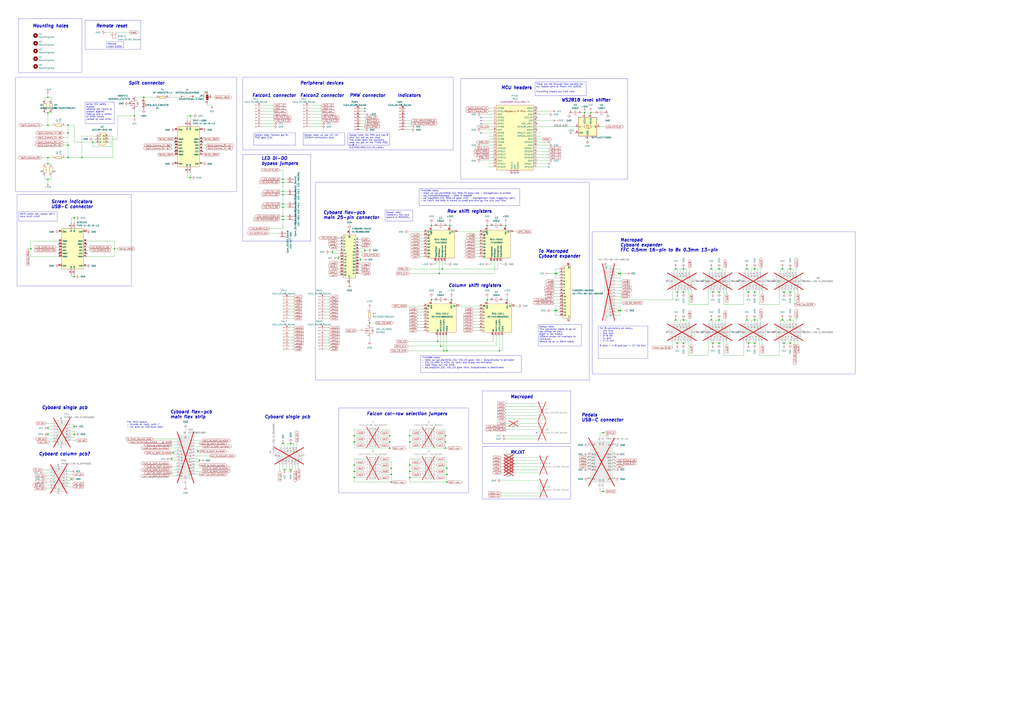
<source format=kicad_sch>
(kicad_sch (version 20230121) (generator eeschema)
  (paper "A1")
  (title_block (title "ArcBoard mk18 carrier board") (rev "v1.0"))
  (junction (at 643.89 240.03))
  (junction (at 410.21 288.29))
  (junction (at 238.76 386.08))
  (junction (at 370.84 246.38))
  (junction (at 619.76 240.03))
  (junction (at 142.24 372.11))
  (junction (at 367.03 384.81))
  (junction (at 561.34 281.94))
  (junction (at 320.04 358.14))
  (junction (at 60.96 356.87))
  (junction (at 232.41 160.02))
  (junction (at 163.83 378.46))
  (junction (at 561.34 240.03))
  (junction (at 455.93 224.79))
  (junction (at 619.76 281.94))
  (junction (at 278.13 212.09))
  (junction (at 55.88 109.22))
  (junction (at 648.97 220.98))
  (junction (at 480.06 92.71))
  (junction (at 584.2 262.89))
  (junction (at 303.53 265.43))
  (junction (at 614.68 281.94))
  (junction (at 415.29 185.42))
  (junction (at 93.98 204.47))
  (junction (at 416.56 246.38))
  (junction (at 590.55 281.94))
  (junction (at 39.37 356.87))
  (junction (at 364.49 288.29))
  (junction (at 455.93 255.27))
  (junction (at 321.31 389.89))
  (junction (at 643.89 281.94))
  (junction (at 642.62 262.89))
  (junction (at 585.47 281.94))
  (junction (at 508 255.27))
  (junction (at 232.41 180.34))
  (junction (at 585.47 240.03))
  (junction (at 39.37 351.79))
  (junction (at 299.72 205.74))
  (junction (at 336.55 382.27))
  (junction (at 365.76 368.3))
  (junction (at 39.37 134.62))
  (junction (at 400.05 246.38))
  (junction (at 648.97 240.03))
  (junction (at 55.88 102.87))
  (junction (at 590.55 220.98))
  (junction (at 273.05 207.01))
  (junction (at 613.41 220.98))
  (junction (at 361.95 284.48))
  (junction (at 232.41 149.86))
  (junction (at 556.26 281.94))
  (junction (at 232.41 147.32))
  (junction (at 590.55 240.03))
  (junction (at 648.97 262.89))
  (junction (at 232.41 364.49))
  (junction (at 320.04 363.22))
  (junction (at 233.68 386.08))
  (junction (at 290.83 382.27))
  (junction (at 642.62 220.98))
  (junction (at 369.57 185.42))
  (junction (at 39.37 147.32))
  (junction (at 336.55 387.35))
  (junction (at 39.37 129.54))
  (junction (at 354.33 246.38))
  (junction (at 336.55 358.14))
  (junction (at 485.14 92.71))
  (junction (at 554.99 262.89))
  (junction (at 60.96 227.33))
  (junction (at 238.76 364.49))
  (junction (at 156.21 146.05))
  (junction (at 363.22 220.98))
  (junction (at 509.27 255.27))
  (junction (at 39.37 92.71))
  (junction (at 232.41 177.8))
  (junction (at 554.99 220.98))
  (junction (at 140.97 377.19))
  (junction (at 118.11 80.01))
  (junction (at 55.88 119.38))
  (junction (at 321.31 384.81))
  (junction (at 39.37 102.87))
  (junction (at 232.41 170.18))
  (junction (at 619.76 262.89))
  (junction (at 590.55 262.89))
  (junction (at 321.31 396.24))
  (junction (at 354.33 185.42))
  (junction (at 60.96 179.07))
  (junction (at 295.91 213.36))
  (junction (at 290.83 358.14))
  (junction (at 365.76 358.14))
  (junction (at 162.56 370.84))
  (junction (at 614.68 240.03))
  (junction (at 495.3 403.86))
  (junction (at 60.96 350.52))
  (junction (at 320.04 368.3))
  (junction (at 457.2 255.27))
  (junction (at 290.83 387.35))
  (junction (at 561.34 262.89))
  (junction (at 290.83 392.43))
  (junction (at 232.41 167.64))
  (junction (at 365.76 363.22))
  (junction (at 495.3 355.6))
  (junction (at 556.26 240.03))
  (junction (at 648.97 281.94))
  (junction (at 360.68 224.79))
  (junction (at 613.41 262.89))
  (junction (at 76.2 116.84))
  (junction (at 457.2 224.79))
  (junction (at 584.2 220.98))
  (junction (at 39.37 80.01))
  (junction (at 367.03 389.89))
  (junction (at 58.42 393.7))
  (junction (at 367.03 396.24))
  (junction (at 509.27 224.79))
  (junction (at 25.4 204.47))
  (junction (at 367.03 288.29))
  (junction (at 232.41 157.48))
  (junction (at 336.55 363.22))
  (junction (at 336.55 392.43))
  (junction (at 55.88 129.54))
  (junction (at 290.83 363.22))
  (junction (at 561.34 220.98))
  (junction (at 67.31 129.54))
  (junction (at 110.49 95.25))
  (junction (at 400.05 185.42))
  (junction (at 508 224.79))
  (junction (at 619.76 220.98))
  (junction (at 359.41 280.67))
  (junction (at 156.21 95.25))
  (no_connect (at 547.37 231.14))
  (no_connect (at 505.46 375.92))
  (no_connect (at 660.4 231.14))
  (no_connect (at 394.97 96.52))
  (no_connect (at 71.12 208.28))
  (no_connect (at 71.12 200.66))
  (no_connect (at 450.85 116.84))
  (no_connect (at 420.37 142.24))
  (no_connect (at 572.77 231.14))
  (no_connect (at 605.79 231.14))
  (no_connect (at 440.69 355.6))
  (no_connect (at 440.69 96.52))
  (no_connect (at 450.85 137.16))
  (no_connect (at 394.97 109.22))
  (no_connect (at 601.98 273.05))
  (no_connect (at 450.85 134.62))
  (no_connect (at 572.77 273.05))
  (no_connect (at 143.51 116.84))
  (no_connect (at 48.26 208.28))
  (no_connect (at 48.26 200.66))
  (no_connect (at 631.19 273.05))
  (no_connect (at 422.91 142.24))
  (no_connect (at 166.37 124.46))
  (no_connect (at 631.19 231.14))
  (no_connect (at 605.79 273.05))
  (no_connect (at 425.45 142.24))
  (no_connect (at 635 273.05))
  (no_connect (at 601.98 231.14))
  (no_connect (at 440.69 101.6))
  (no_connect (at 394.97 99.06))
  (no_connect (at 440.69 106.68))
  (no_connect (at 576.58 273.05))
  (no_connect (at 394.97 101.6))
  (no_connect (at 547.37 273.05))
  (no_connect (at 440.69 88.9))
  (no_connect (at 576.58 231.14))
  (no_connect (at 143.51 124.46))
  (no_connect (at 660.4 273.05))
  (no_connect (at 299.72 88.9))
  (no_connect (at 166.37 116.84))
  (no_connect (at 635 231.14))
  (no_connect (at 299.72 91.44))
  (wire (pts (xy 142.24 370.84) (xy 142.24 372.11)))
  (wire (pts (xy 237.49 269.24) (xy 241.3 269.24)))
  (wire (pts (xy 144.78 375.92) (xy 140.97 375.92)))
  (wire (pts (xy 617.22 220.98) (xy 619.76 220.98)))
  (wire (pts (xy 342.9 264.16) (xy 347.98 264.16)))
  (wire (pts (xy 595.63 219.71) (xy 595.63 223.52)))
  (wire (pts (xy 165.1 378.46) (xy 163.83 378.46)))
  (wire (pts (xy 55.88 397.51) (xy 59.69 397.51)))
  (wire (pts (xy 412.75 185.42) (xy 415.29 185.42)))
  (wire (pts (xy 454.66 243.84) (xy 459.74 243.84)))
  (wire (pts (xy 614.68 262.89) (xy 613.41 262.89)))
  (wire (pts (xy 509.27 255.27) (xy 508 255.27)))
  (wire (pts (xy 334.01 251.46) (xy 347.98 251.46)))
  (wire (pts (xy 594.36 292.1) (xy 610.87 292.1)))
  (wire (pts (xy 229.87 147.32) (xy 232.41 147.32)))
  (wire (pts (xy 295.91 101.6) (xy 299.72 101.6)))
  (wire (pts (xy 422.91 388.62) (xy 441.96 388.62)))
  (wire (pts (xy 412.75 275.59) (xy 412.75 288.29)))
  (wire (pts (xy 416.56 243.84) (xy 416.56 246.38)))
  (wire (pts (xy 152.4 351.79) (xy 152.4 353.06)))
  (wire (pts (xy 411.48 383.54) (xy 412.75 383.54)))
  (wire (pts (xy 290.83 396.24) (xy 321.31 396.24)))
  (wire (pts (xy 594.36 280.67) (xy 594.36 292.1)))
  (wire (pts (xy 624.84 261.62) (xy 624.84 265.43)))
  (wire (pts (xy 553.72 262.89) (xy 554.99 262.89)))
  (wire (pts (xy 422.91 381) (xy 441.96 381)))
  (wire (pts (xy 584.2 219.71) (xy 584.2 220.98)))
  (wire (pts (xy 455.93 255.27) (xy 455.93 259.08)))
  (wire (pts (xy 560.07 240.03) (xy 561.34 240.03)))
  (wire (pts (xy 245.11 384.81) (xy 245.11 382.27)))
  (wire (pts (xy 241.3 367.03) (xy 241.3 364.49)))
  (wire (pts (xy 567.69 238.76) (xy 567.69 241.3)))
  (wire (pts (xy 459.74 259.08) (xy 455.93 259.08)))
  (wire (pts (xy 590.55 220.98) (xy 590.55 223.52)))
  (wire (pts (xy 344.17 193.04) (xy 347.98 193.04)))
  (wire (pts (xy 455.93 255.27) (xy 457.2 255.27)))
  (wire (pts (xy 557.53 280.67) (xy 557.53 281.94)))
  (wire (pts (xy 140.97 363.22) (xy 144.78 363.22)))
  (wire (pts (xy 45.72 205.74) (xy 48.26 205.74)))
  (wire (pts (xy 485.14 92.71) (xy 488.95 92.71)))
  (wire (pts (xy 297.18 224.79) (xy 294.64 224.79)))
  (wire (pts (xy 162.56 372.11) (xy 162.56 370.84)))
  (wire (pts (xy 276.86 198.12) (xy 279.4 198.12)))
  (wire (pts (xy 401.32 127) (xy 405.13 127)))
  (wire (pts (xy 237.49 382.27) (xy 237.49 386.08)))
  (wire (pts (xy 505.46 226.06) (xy 508 226.06)))
  (wire (pts (xy 359.41 280.67) (xy 405.13 280.67)))
  (wire (pts (xy 401.32 121.92) (xy 405.13 121.92)))
  (wire (pts (xy 312.42 389.89) (xy 321.31 389.89)))
  (wire (pts (xy 642.62 261.62) (xy 642.62 262.89)))
  (wire (pts (xy 455.93 251.46) (xy 455.93 255.27)))
  (wire (pts (xy 254 104.14) (xy 264.16 104.14)))
  (wire (pts (xy 647.7 280.67) (xy 647.7 281.94)))
  (wire (pts (xy 497.84 104.14) (xy 492.76 104.14)))
  (wire (pts (xy 96.52 95.25) (xy 96.52 114.3)))
  (wire (pts (xy 295.91 212.09) (xy 295.91 213.36)))
  (wire (pts (xy 492.76 401.32) (xy 492.76 403.86)))
  (wire (pts (xy 118.11 80.01) (xy 128.27 80.01)))
  (wire (pts (xy 561.34 220.98) (xy 561.34 223.52)))
  (wire (pts (xy 358.14 363.22) (xy 365.76 363.22)))
  (wire (pts (xy 641.35 262.89) (xy 642.62 262.89)))
  (wire (pts (xy 229.87 167.64) (xy 232.41 167.64)))
  (wire (pts (xy 312.42 353.06) (xy 320.04 353.06)))
  (wire (pts (xy 276.86 195.58) (xy 279.4 195.58)))
  (wire (pts (xy 388.62 264.16) (xy 393.7 264.16)))
  (wire (pts (xy 232.41 149.86) (xy 236.22 149.86)))
  (wire (pts (xy 232.41 382.27) (xy 232.41 386.08)))
  (wire (pts (xy 96.52 114.3) (xy 88.9 114.3)))
  (wire (pts (xy 455.93 224.79) (xy 455.93 228.6)))
  (wire (pts (xy 312.42 363.22) (xy 320.04 363.22)))
  (wire (pts (xy 232.41 177.8) (xy 232.41 170.18)))
  (wire (pts (xy 140.97 375.92) (xy 140.97 377.19)))
  (wire (pts (xy 358.14 353.06) (xy 365.76 353.06)))
  (wire (pts (xy 39.37 134.62) (xy 41.91 134.62)))
  (wire (pts (xy 405.13 275.59) (xy 405.13 280.67)))
  (wire (pts (xy 422.91 378.46) (xy 441.96 378.46)))
  (wire (pts (xy 233.68 367.03) (xy 233.68 364.49)))
  (wire (pts (xy 52.07 113.03) (xy 55.88 113.03)))
  (wire (pts (xy 508 256.54) (xy 508 255.27)))
  (wire (pts (xy 588.01 262.89) (xy 590.55 262.89)))
  (wire (pts (xy 411.48 378.46) (xy 412.75 378.46)))
  (wire (pts (xy 585.47 240.03) (xy 585.47 241.3)))
  (wire (pts (xy 58.42 179.07) (xy 60.96 179.07)))
  (wire (pts (xy 612.14 223.52) (xy 612.14 220.98)))
  (wire (pts (xy 156.21 99.06) (xy 156.21 95.25)))
  (wire (pts (xy 655.32 280.67) (xy 655.32 283.21)))
  (wire (pts (xy 236.22 367.03) (xy 236.22 364.49)))
  (wire (pts (xy 290.83 358.14) (xy 290.83 363.22)))
  (wire (pts (xy 554.99 261.62) (xy 554.99 262.89)))
  (wire (pts (xy 336.55 220.98) (xy 363.22 220.98)))
  (wire (pts (xy 303.53 265.43) (xy 303.53 266.7)))
  (wire (pts (xy 140.97 372.11) (xy 142.24 372.11)))
  (wire (pts (xy 240.03 386.08) (xy 238.76 386.08)))
  (wire (pts (xy 422.91 251.46) (xy 425.45 251.46)))
  (wire (pts (xy 586.74 238.76) (xy 586.74 240.03)))
  (wire (pts (xy 140.97 121.92) (xy 143.51 121.92)))
  (wire (pts (xy 156.21 142.24) (xy 156.21 146.05)))
  (wire (pts (xy 554.99 238.76) (xy 554.99 240.03)))
  (wire (pts (xy 276.86 203.2) (xy 279.4 203.2)))
  (wire (pts (xy 590.55 261.62) (xy 590.55 262.89)))
  (wire (pts (xy 467.36 92.71) (xy 467.36 93.98)))
  (wire (pts (xy 297.18 199.39) (xy 294.64 199.39)))
  (wire (pts (xy 240.03 382.27) (xy 240.03 386.08)))
  (wire (pts (xy 345.44 363.22) (xy 336.55 363.22)))
  (wire (pts (xy 294.64 201.93) (xy 297.18 201.93)))
  (wire (pts (xy 454.66 233.68) (xy 459.74 233.68)))
  (wire (pts (xy 654.05 261.62) (xy 654.05 265.43)))
  (wire (pts (xy 220.98 191.77) (xy 229.87 191.77)))
  (wire (pts (xy 140.97 378.46) (xy 140.97 377.19)))
  (wire (pts (xy 243.84 367.03) (xy 243.84 363.22)))
  (wire (pts (xy 92.71 129.54) (xy 67.31 129.54)))
  (wire (pts (xy 377.19 251.46) (xy 393.7 251.46)))
  (wire (pts (xy 367.03 396.24) (xy 368.3 396.24)))
  (wire (pts (xy 354.33 246.38) (xy 356.87 246.38)))
  (wire (pts (xy 394.97 132.08) (xy 405.13 132.08)))
  (wire (pts (xy 160.02 382.27) (xy 163.83 382.27)))
  (wire (pts (xy 619.76 262.89) (xy 619.76 265.43)))
  (wire (pts (xy 400.05 246.38) (xy 400.05 247.65)))
  (wire (pts (xy 22.86 204.47) (xy 25.4 204.47)))
  (wire (pts (xy 290.83 358.14) (xy 299.72 358.14)))
  (wire (pts (xy 652.78 280.67) (xy 652.78 283.21)))
  (wire (pts (xy 344.17 208.28) (xy 347.98 208.28)))
  (wire (pts (xy 563.88 262.89) (xy 561.34 262.89)))
  (wire (pts (xy 643.89 223.52) (xy 643.89 220.98)))
  (wire (pts (xy 613.41 219.71) (xy 613.41 220.98)))
  (wire (pts (xy 254 91.44) (xy 264.16 91.44)))
  (wire (pts (xy 514.35 224.79) (xy 509.27 224.79)))
  (wire (pts (xy 38.1 396.24) (xy 40.64 396.24)))
  (wire (pts (xy 394.97 101.6) (xy 405.13 101.6)))
  (wire (pts (xy 276.86 218.44) (xy 279.4 218.44)))
  (wire (pts (xy 590.55 262.89) (xy 590.55 265.43)))
  (wire (pts (xy 647.7 238.76) (xy 647.7 240.03)))
  (wire (pts (xy 55.88 389.89) (xy 59.69 389.89)))
  (wire (pts (xy 41.91 82.55) (xy 41.91 80.01)))
  (wire (pts (xy 55.88 400.05) (xy 59.69 400.05)))
  (wire (pts (xy 58.42 393.7) (xy 58.42 394.97)))
  (wire (pts (xy 613.41 240.03) (xy 614.68 240.03)))
  (wire (pts (xy 596.9 280.67) (xy 596.9 283.21)))
  (wire (pts (xy 55.88 119.38) (xy 55.88 129.54)))
  (wire (pts (xy 560.07 280.67) (xy 560.07 281.94)))
  (wire (pts (xy 35.56 398.78) (xy 40.64 398.78)))
  (wire (pts (xy 400.05 185.42) (xy 400.05 186.69)))
  (wire (pts (xy 354.33 182.88) (xy 354.33 185.42)))
  (wire (pts (xy 552.45 246.38) (xy 552.45 238.76)))
  (wire (pts (xy 558.8 265.43) (xy 558.8 262.89)))
  (wire (pts (xy 415.29 185.42) (xy 415.29 186.69)))
  (wire (pts (xy 651.51 220.98) (xy 648.97 220.98)))
  (wire (pts (xy 646.43 220.98) (xy 648.97 220.98)))
  (wire (pts (xy 505.46 220.98) (xy 509.27 220.98)))
  (wire (pts (xy 160.02 377.19) (xy 163.83 377.19)))
  (wire (pts (xy 647.7 281.94) (xy 648.97 281.94)))
  (wire (pts (xy 389.89 205.74) (xy 393.7 205.74)))
  (wire (pts (xy 553.72 220.98) (xy 554.99 220.98)))
  (wire (pts (xy 55.88 394.97) (xy 58.42 394.97)))
  (wire (pts (xy 588.01 220.98) (xy 590.55 220.98)))
  (wire (pts (xy 254 96.52) (xy 264.16 96.52)))
  (wire (pts (xy 585.47 265.43) (xy 585.47 262.89)))
  (wire (pts (xy 214.63 104.14) (xy 224.79 104.14)))
  (wire (pts (xy 220.98 187.96) (xy 232.41 187.96)))
  (wire (pts (xy 561.34 281.94) (xy 561.34 283.21)))
  (wire (pts (xy 336.55 224.79) (xy 360.68 224.79)))
  (wire (pts (xy 400.05 185.42) (xy 402.59 185.42)))
  (wire (pts (xy 344.17 195.58) (xy 347.98 195.58)))
  (wire (pts (xy 369.57 182.88) (xy 369.57 185.42)))
  (wire (pts (xy 336.55 363.22) (xy 336.55 368.3)))
  (wire (pts (xy 595.63 261.62) (xy 595.63 265.43)))
  (wire (pts (xy 321.31 389.89) (xy 321.31 396.24)))
  (wire (pts (xy 39.37 350.52) (xy 39.37 351.79)))
  (wire (pts (xy 170.18 85.09) (xy 170.18 86.36)))
  (wire (pts (xy 266.7 276.86) (xy 270.51 276.86)))
  (wire (pts (xy 60.96 227.33) (xy 62.23 227.33)))
  (wire (pts (xy 60.96 351.79) (xy 60.96 350.52)))
  (wire (pts (xy 276.86 212.09) (xy 278.13 212.09)))
  (wire (pts (xy 508 255.27) (xy 508 254)))
  (wire (pts (xy 411.48 405.13) (xy 441.96 405.13)))
  (wire (pts (xy 613.41 281.94) (xy 614.68 281.94)))
  (wire (pts (xy 254 101.6) (xy 264.16 101.6)))
  (wire (pts (xy 415.29 360.68) (xy 440.69 360.68)))
  (wire (pts (xy 214.63 86.36) (xy 224.79 86.36)))
  (wire (pts (xy 594.36 250.19) (xy 610.87 250.19)))
  (wire (pts (xy 613.41 238.76) (xy 613.41 240.03)))
  (wire (pts (xy 76.2 120.65) (xy 91.44 120.65)))
  (wire (pts (xy 43.18 358.14) (xy 39.37 358.14)))
  (wire (pts (xy 358.14 379.73) (xy 367.03 379.73)))
  (wire (pts (xy 290.83 363.22) (xy 290.83 368.3)))
  (wire (pts (xy 440.69 104.14) (xy 472.44 104.14)))
  (wire (pts (xy 55.88 109.22) (xy 55.88 102.87)))
  (wire (pts (xy 335.28 284.48) (xy 361.95 284.48)))
  (wire (pts (xy 367.03 379.73) (xy 367.03 384.81)))
  (wire (pts (xy 567.69 280.67) (xy 567.69 283.21)))
  (wire (pts (xy 342.9 271.78) (xy 347.98 271.78)))
  (wire (pts (xy 39.37 92.71) (xy 41.91 92.71)))
  (wire (pts (xy 254 93.98) (xy 264.16 93.98)))
  (wire (pts (xy 25.4 198.12) (xy 25.4 204.47)))
  (wire (pts (xy 237.49 287.02) (xy 241.3 287.02)))
  (wire (pts (xy 276.86 200.66) (xy 279.4 200.66)))
  (wire (pts (xy 389.89 195.58) (xy 393.7 195.58)))
  (wire (pts (xy 619.76 261.62) (xy 619.76 262.89)))
  (wire (pts (xy 342.9 261.62) (xy 347.98 261.62)))
  (wire (pts (xy 459.74 220.98) (xy 455.93 220.98)))
  (wire (pts (xy 73.66 205.74) (xy 71.12 205.74)))
  (wire (pts (xy 558.8 220.98) (xy 561.34 220.98)))
  (wire (pts (xy 237.49 279.4) (xy 241.3 279.4)))
  (wire (pts (xy 290.83 392.43) (xy 299.72 392.43)))
  (wire (pts (xy 71.12 203.2) (xy 73.66 203.2)))
  (wire (pts (xy 214.63 93.98) (xy 224.79 93.98)))
  (wire (pts (xy 454.66 238.76) (xy 459.74 238.76)))
  (wire (pts (xy 585.47 223.52) (xy 585.47 220.98)))
  (wire (pts (xy 276.86 226.06) (xy 279.4 226.06)))
  (wire (pts (xy 266.7 246.38) (xy 270.51 246.38)))
  (wire (pts (xy 144.78 378.46) (xy 140.97 378.46)))
  (wire (pts (xy 254 88.9) (xy 264.16 88.9)))
  (wire (pts (xy 369.57 185.42) (xy 369.57 186.69)))
  (wire (pts (xy 510.54 241.3) (xy 505.46 241.3)))
  (wire (pts (xy 509.27 259.08) (xy 509.27 255.27)))
  (wire (pts (xy 363.22 214.63) (xy 363.22 220.98)))
  (wire (pts (xy 232.41 157.48) (xy 236.22 157.48)))
  (wire (pts (xy 365.76 217.17) (xy 368.3 217.17)))
  (wire (pts (xy 163.83 377.19) (xy 163.83 378.46)))
  (wire (pts (xy 562.61 280.67) (xy 562.61 281.94)))
  (wire (pts (xy 92.71 129.54) (xy 92.71 111.76)))
  (wire (pts (xy 454.66 231.14) (xy 459.74 231.14)))
  (wire (pts (xy 367.03 384.81) (xy 367.03 389.89)))
  (wire (pts (xy 290.83 377.19) (xy 290.83 382.27)))
  (wire (pts (xy 495.3 355.6) (xy 496.57 355.6)))
  (wire (pts (xy 509.27 224.79) (xy 509.27 220.98)))
  (wire (pts (xy 336.55 368.3) (xy 365.76 368.3)))
  (wire (pts (xy 60.96 359.41) (xy 60.96 356.87)))
  (wire (pts (xy 457.2 223.52) (xy 457.2 224.79)))
  (wire (pts (xy 295.91 99.06) (xy 299.72 99.06)))
  (wire (pts (xy 294.64 204.47) (xy 299.72 204.47)))
  (wire (pts (xy 646.43 223.52) (xy 646.43 220.98)))
  (wire (pts (xy 650.24 238.76) (xy 650.24 240.03)))
  (wire (pts (xy 39.37 358.14) (xy 39.37 356.87)))
  (wire (pts (xy 303.53 264.16) (xy 303.53 265.43)))
  (wire (pts (xy 643.89 281.94) (xy 643.89 283.21)))
  (wire (pts (xy 364.49 288.29) (xy 367.03 288.29)))
  (wire (pts (xy 495.3 358.14) (xy 495.3 355.6)))
  (wire (pts (xy 480.06 92.71) (xy 480.06 93.98)))
  (wire (pts (xy 622.3 223.52) (xy 622.3 220.98)))
  (wire (pts (xy 232.41 160.02) (xy 229.87 160.02)))
  (wire (pts (xy 160.02 379.73) (xy 163.83 379.73)))
  (wire (pts (xy 565.15 250.19) (xy 581.66 250.19)))
  (wire (pts (xy 556.26 240.03) (xy 556.26 241.3)))
  (wire (pts (xy 125.73 360.68) (xy 144.78 360.68)))
  (wire (pts (xy 388.62 256.54) (xy 393.7 256.54)))
  (wire (pts (xy 610.87 280.67) (xy 610.87 292.1)))
  (wire (pts (xy 416.56 246.38) (xy 416.56 247.65)))
  (wire (pts (xy 645.16 280.67) (xy 645.16 281.94)))
  (wire (pts (xy 345.44 377.19) (xy 336.55 377.19)))
  (wire (pts (xy 584.2 280.67) (xy 584.2 281.94)))
  (wire (pts (xy 95.25 26.67) (xy 106.68 26.67)))
  (wire (pts (xy 232.41 386.08) (xy 233.68 386.08)))
  (wire (pts (xy 412.75 246.38) (xy 416.56 246.38)))
  (wire (pts (xy 25.4 198.12) (xy 48.26 198.12)))
  (wire (pts (xy 410.21 288.29) (xy 412.75 288.29)))
  (wire (pts (xy 266.7 261.62) (xy 270.51 261.62)))
  (wire (pts (xy 229.87 149.86) (xy 232.41 149.86)))
  (wire (pts (xy 562.61 238.76) (xy 562.61 240.03)))
  (wire (pts (xy 643.89 262.89) (xy 642.62 262.89)))
  (wire (pts (xy 266.7 256.54) (xy 270.51 256.54)))
  (wire (pts (xy 39.37 355.6) (xy 39.37 356.87)))
  (wire (pts (xy 560.07 281.94) (xy 561.34 281.94)))
  (wire (pts (xy 613.41 280.67) (xy 613.41 281.94)))
  (wire (pts (xy 43.18 350.52) (xy 39.37 350.52)))
  (wire (pts (xy 623.57 250.19) (xy 640.08 250.19)))
  (wire (pts (xy 162.56 369.57) (xy 162.56 370.84)))
  (wire (pts (xy 394.97 96.52) (xy 405.13 96.52)))
  (wire (pts (xy 342.9 269.24) (xy 347.98 269.24)))
  (wire (pts (xy 614.68 223.52) (xy 614.68 220.98)))
  (wire (pts (xy 612.14 220.98) (xy 613.41 220.98)))
  (wire (pts (xy 229.87 139.7) (xy 232.41 139.7)))
  (wire (pts (xy 365.76 353.06) (xy 365.76 358.14)))
  (wire (pts (xy 361.95 275.59) (xy 361.95 284.48)))
  (wire (pts (xy 584.2 238.76) (xy 584.2 240.03)))
  (wire (pts (xy 505.46 259.08) (xy 509.27 259.08)))
  (wire (pts (xy 440.69 99.06) (xy 453.39 99.06)))
  (wire (pts (xy 651.51 265.43) (xy 651.51 262.89)))
  (wire (pts (xy 642.62 280.67) (xy 642.62 281.94)))
  (wire (pts (xy 297.18 196.85) (xy 294.64 196.85)))
  (wire (pts (xy 170.18 86.36) (xy 173.99 86.36)))
  (wire (pts (xy 359.41 275.59) (xy 359.41 280.67)))
  (wire (pts (xy 25.4 204.47) (xy 25.4 210.82)))
  (wire (pts (xy 651.51 223.52) (xy 651.51 220.98)))
  (wire (pts (xy 278.13 213.36) (xy 279.4 213.36)))
  (wire (pts (xy 55.88 392.43) (xy 58.42 392.43)))
  (wire (pts (xy 76.2 114.3) (xy 78.74 114.3)))
  (wire (pts (xy 138.43 368.3) (xy 144.78 368.3)))
  (wire (pts (xy 621.03 238.76) (xy 621.03 240.03)))
  (wire (pts (xy 93.98 198.12) (xy 93.98 204.47)))
  (wire (pts (xy 648.97 240.03) (xy 648.97 241.3)))
  (wire (pts (xy 401.32 129.54) (xy 405.13 129.54)))
  (wire (pts (xy 312.42 358.14) (xy 320.04 358.14)))
  (wire (pts (xy 358.14 358.14) (xy 365.76 358.14)))
  (wire (pts (xy 585.47 220.98) (xy 584.2 220.98)))
  (wire (pts (xy 62.23 356.87) (xy 60.96 356.87)))
  (wire (pts (xy 416.56 347.98) (xy 415.29 347.98)))
  (wire (pts (xy 505.46 223.52) (xy 508 223.52)))
  (wire (pts (xy 58.42 392.43) (xy 58.42 393.7)))
  (wire (pts (xy 648.97 281.94) (xy 650.24 281.94)))
  (wire (pts (xy 266.7 259.08) (xy 270.51 259.08)))
  (wire (pts (xy 336.55 396.24) (xy 367.03 396.24)))
  (wire (pts (xy 642.62 240.03) (xy 643.89 240.03)))
  (wire (pts (xy 565.15 292.1) (xy 581.66 292.1)))
  (wire (pts (xy 173.99 80.01) (xy 176.53 80.01)))
  (wire (pts (xy 459.74 254) (xy 457.2 254)))
  (wire (pts (xy 92.71 26.67) (xy 86.36 26.67)))
  (wire (pts (xy 415.29 350.52) (xy 440.69 350.52)))
  (wire (pts (xy 422.91 386.08) (xy 441.96 386.08)))
  (wire (pts (xy 38.1 360.68) (xy 43.18 360.68)))
  (wire (pts (xy 237.49 248.92) (xy 241.3 248.92)))
  (wire (pts (xy 40.64 363.22) (xy 43.18 363.22)))
  (wire (pts (xy 389.89 210.82) (xy 393.7 210.82)))
  (wire (pts (xy 320.04 363.22) (xy 320.04 368.3)))
  (wire (pts (xy 415.29 331.47) (xy 440.69 331.47)))
  (wire (pts (xy 110.49 95.25) (xy 110.49 96.52)))
  (wire (pts (xy 619.76 220.98) (xy 619.76 223.52)))
  (wire (pts (xy 389.89 203.2) (xy 393.7 203.2)))
  (wire (pts (xy 297.18 209.55) (xy 294.64 209.55)))
  (wire (pts (xy 388.62 254) (xy 393.7 254)))
  (wire (pts (xy 566.42 219.71) (xy 566.42 223.52)))
  (wire (pts (xy 440.69 132.08) (xy 450.85 132.08)))
  (wire (pts (xy 93.98 204.47) (xy 96.52 204.47)))
  (wire (pts (xy 39.37 102.87) (xy 43.18 102.87)))
  (wire (pts (xy 367.03 185.42) (xy 369.57 185.42)))
  (wire (pts (xy 295.91 88.9) (xy 299.72 88.9)))
  (wire (pts (xy 35.56 388.62) (xy 40.64 388.62)))
  (wire (pts (xy 58.42 359.41) (xy 60.96 359.41)))
  (wire (pts (xy 584.2 240.03) (xy 585.47 240.03)))
  (wire (pts (xy 365.76 363.22) (xy 365.76 368.3)))
  (wire (pts (xy 554.99 280.67) (xy 554.99 281.94)))
  (wire (pts (xy 590.55 240.03) (xy 591.82 240.03)))
  (wire (pts (xy 55.88 102.87) (xy 53.34 102.87)))
  (wire (pts (xy 401.32 137.16) (xy 405.13 137.16)))
  (wire (pts (xy 160.02 367.03) (xy 166.37 367.03)))
  (wire (pts (xy 234.95 386.08) (xy 233.68 386.08)))
  (wire (pts (xy 336.55 392.43) (xy 345.44 392.43)))
  (wire (pts (xy 454.66 236.22) (xy 459.74 236.22)))
  (wire (pts (xy 144.78 370.84) (xy 142.24 370.84)))
  (wire (pts (xy 554.99 240.03) (xy 556.26 240.03)))
  (wire (pts (xy 367.03 246.38) (xy 370.84 246.38)))
  (wire (pts (xy 214.63 91.44) (xy 224.79 91.44)))
  (wire (pts (xy 619.76 240.03) (xy 621.03 240.03)))
  (wire (pts (xy 138.43 386.08) (xy 144.78 386.08)))
  (wire (pts (xy 344.17 205.74) (xy 347.98 205.74)))
  (wire (pts (xy 332.74 104.14) (xy 337.82 104.14)))
  (wire (pts (xy 43.18 129.54) (xy 39.37 129.54)))
  (wire (pts (xy 508 226.06) (xy 508 224.79)))
  (wire (pts (xy 440.69 124.46) (xy 450.85 124.46)))
  (wire (pts (xy 499.11 92.71) (xy 499.11 93.98)))
  (wire (pts (xy 290.83 353.06) (xy 290.83 358.14)))
  (wire (pts (xy 563.88 265.43) (xy 563.88 262.89)))
  (wire (pts (xy 290.83 387.35) (xy 290.83 392.43)))
  (wire (pts (xy 367.03 389.89) (xy 367.03 396.24)))
  (wire (pts (xy 646.43 265.43) (xy 646.43 262.89)))
  (wire (pts (xy 508 224.79) (xy 509.27 224.79)))
  (wire (pts (xy 415.29 334.01) (xy 440.69 334.01)))
  (wire (pts (xy 619.76 281.94) (xy 619.76 283.21)))
  (wire (pts (xy 43.18 353.06) (xy 39.37 353.06)))
  (wire (pts (xy 156.21 146.05) (xy 157.48 146.05)))
  (wire (pts (xy 641.35 220.98) (xy 642.62 220.98)))
  (wire (pts (xy 655.32 238.76) (xy 655.32 241.3)))
  (wire (pts (xy 615.95 238.76) (xy 615.95 240.03)))
  (wire (pts (xy 648.97 262.89) (xy 648.97 265.43)))
  (wire (pts (xy 585.47 281.94) (xy 586.74 281.94)))
  (wire (pts (xy 411.48 388.62) (xy 412.75 388.62)))
  (wire (pts (xy 400.05 243.84) (xy 400.05 246.38)))
  (wire (pts (xy 582.93 265.43) (xy 582.93 262.89)))
  (wire (pts (xy 457.2 254) (xy 457.2 255.27)))
  (wire (pts (xy 152.4 398.78) (xy 152.4 400.05)))
  (wire (pts (xy 140.97 383.54) (xy 144.78 383.54)))
  (wire (pts (xy 459.74 223.52) (xy 457.2 223.52)))
  (wire (pts (xy 648.97 220.98) (xy 648.97 223.52)))
  (wire (pts (xy 401.32 91.44) (xy 405.13 91.44)))
  (wire (pts (xy 336.55 387.35) (xy 336.55 392.43)))
  (wire (pts (xy 160.02 372.11) (xy 162.56 372.11)))
  (wire (pts (xy 411.48 386.08) (xy 412.75 386.08)))
  (wire (pts (xy 394.97 106.68) (xy 405.13 106.68)))
  (wire (pts (xy 320.04 358.14) (xy 320.04 363.22)))
  (wire (pts (xy 71.12 198.12) (xy 93.98 198.12)))
  (wire (pts (xy 160.02 361.95) (xy 166.37 361.95)))
  (wire (pts (xy 67.31 129.54) (xy 67.31 111.76)))
  (wire (pts (xy 138.43 391.16) (xy 144.78 391.16)))
  (wire (pts (xy 303.53 265.43) (xy 308.61 265.43)))
  (wire (pts (xy 290.83 387.35) (xy 299.72 387.35)))
  (wire (pts (xy 642.62 281.94) (xy 643.89 281.94)))
  (wire (pts (xy 237.49 271.78) (xy 241.3 271.78)))
  (wire (pts (xy 440.69 91.44) (xy 453.39 91.44)))
  (wire (pts (xy 270.51 207.01) (xy 273.05 207.01)))
  (wire (pts (xy 153.67 142.24) (xy 153.67 146.05)))
  (wire (pts (xy 585.47 262.89) (xy 584.2 262.89)))
  (wire (pts (xy 266.7 281.94) (xy 270.51 281.94)))
  (wire (pts (xy 415.29 358.14) (xy 440.69 358.14)))
  (wire (pts (xy 41.91 144.78) (xy 41.91 147.32)))
  (wire (pts (xy 344.17 200.66) (xy 347.98 200.66)))
  (wire (pts (xy 153.67 99.06) (xy 153.67 95.25)))
  (wire (pts (xy 55.88 102.87) (xy 60.96 102.87)))
  (wire (pts (xy 295.91 213.36) (xy 295.91 214.63)))
  (wire (pts (xy 96.52 95.25) (xy 110.49 95.25)))
  (wire (pts (xy 312.42 379.73) (xy 321.31 379.73)))
  (wire (pts (xy 561.34 240.03) (xy 562.61 240.03)))
  (wire (pts (xy 232.41 167.64) (xy 232.41 160.02)))
  (wire (pts (xy 303.53 276.86) (xy 303.53 280.67)))
  (wire (pts (xy 295.91 104.14) (xy 299.72 104.14)))
  (wire (pts (xy 58.42 227.33) (xy 60.96 227.33)))
  (wire (pts (xy 588.01 223.52) (xy 588.01 220.98)))
  (wire (pts (xy 365.76 214.63) (xy 365.76 217.17)))
  (wire (pts (xy 415.29 344.17) (xy 440.69 344.17)))
  (wire (pts (xy 237.49 284.48) (xy 241.3 284.48)))
  (wire (pts (xy 421.64 190.5) (xy 424.18 190.5)))
  (wire (pts (xy 648.97 281.94) (xy 648.97 283.21)))
  (wire (pts (xy 45.72 203.2) (xy 48.26 203.2)))
  (wire (pts (xy 39.37 129.54) (xy 39.37 134.62)))
  (wire (pts (xy 55.88 129.54) (xy 53.34 129.54)))
  (wire (pts (xy 360.68 214.63) (xy 360.68 224.79)))
  (wire (pts (xy 505.46 256.54) (xy 508 256.54)))
  (wire (pts (xy 276.86 223.52) (xy 279.4 223.52)))
  (wire (pts (xy 505.46 254) (xy 508 254)))
  (wire (pts (xy 237.49 254) (xy 241.3 254)))
  (wire (pts (xy 623.57 238.76) (xy 623.57 250.19)))
  (wire (pts (xy 41.91 147.32) (xy 39.37 147.32)))
  (wire (pts (xy 612.14 262.89) (xy 613.41 262.89)))
  (wire (pts (xy 237.49 276.86) (xy 241.3 276.86)))
  (wire (pts (xy 510.54 238.76) (xy 505.46 238.76)))
  (wire (pts (xy 617.22 262.89) (xy 619.76 262.89)))
  (wire (pts (xy 566.42 261.62) (xy 566.42 265.43)))
  (wire (pts (xy 320.04 368.3) (xy 322.58 368.3)))
  (wire (pts (xy 485.14 92.71) (xy 485.14 93.98)))
  (wire (pts (xy 557.53 238.76) (xy 557.53 240.03)))
  (wire (pts (xy 426.72 347.98) (xy 440.69 347.98)))
  (wire (pts (xy 295.91 96.52) (xy 299.72 96.52)))
  (wire (pts (xy 586.74 280.67) (xy 586.74 281.94)))
  (wire (pts (xy 505.46 246.38) (xy 552.45 246.38)))
  (wire (pts (xy 58.42 354.33) (xy 60.96 354.33)))
  (wire (pts (xy 160.02 384.81) (xy 166.37 384.81)))
  (wire (pts (xy 167.64 74.93) (xy 170.18 74.93)))
  (wire (pts (xy 71.12 210.82) (xy 93.98 210.82)))
  (wire (pts (xy 39.37 102.87) (xy 39.37 92.71)))
  (wire (pts (xy 364.49 275.59) (xy 364.49 288.29)))
  (wire (pts (xy 39.37 80.01) (xy 39.37 77.47)))
  (wire (pts (xy 556.26 223.52) (xy 556.26 220.98)))
  (wire (pts (xy 440.69 119.38) (xy 450.85 119.38)))
  (wire (pts (xy 166.37 121.92) (xy 168.91 121.92)))
  (wire (pts (xy 454.66 246.38) (xy 459.74 246.38)))
  (wire (pts (xy 358.14 389.89) (xy 367.03 389.89)))
  (wire (pts (xy 358.14 214.63) (xy 358.14 217.17)))
  (wire (pts (xy 582.93 220.98) (xy 584.2 220.98)))
  (wire (pts (xy 480.06 91.44) (xy 480.06 92.71)))
  (wire (pts (xy 585.47 281.94) (xy 585.47 283.21)))
  (wire (pts (xy 556.26 281.94) (xy 556.26 283.21)))
  (wire (pts (xy 622.3 220.98) (xy 619.76 220.98)))
  (wire (pts (xy 505.46 251.46) (xy 509.27 251.46)))
  (wire (pts (xy 643.89 281.94) (xy 645.16 281.94)))
  (wire (pts (xy 619.76 240.03) (xy 619.76 241.3)))
  (wire (pts (xy 367.03 275.59) (xy 367.03 288.29)))
  (wire (pts (xy 232.41 139.7) (xy 232.41 147.32)))
  (wire (pts (xy 457.2 255.27) (xy 457.2 256.54)))
  (wire (pts (xy 641.35 223.52) (xy 641.35 220.98)))
  (wire (pts (xy 415.29 341.63) (xy 440.69 341.63)))
  (wire (pts (xy 389.89 208.28) (xy 393.7 208.28)))
  (wire (pts (xy 344.17 198.12) (xy 347.98 198.12)))
  (wire (pts (xy 232.41 177.8) (xy 236.22 177.8)))
  (wire (pts (xy 556.26 281.94) (xy 557.53 281.94)))
  (wire (pts (xy 400.05 246.38) (xy 402.59 246.38)))
  (wire (pts (xy 93.98 210.82) (xy 93.98 204.47)))
  (wire (pts (xy 237.49 386.08) (xy 238.76 386.08)))
  (wire (pts (xy 553.72 265.43) (xy 553.72 262.89)))
  (wire (pts (xy 34.29 102.87) (xy 39.37 102.87)))
  (wire (pts (xy 654.05 219.71) (xy 654.05 223.52)))
  (wire (pts (xy 370.84 243.84) (xy 370.84 246.38)))
  (wire (pts (xy 652.78 238.76) (xy 652.78 250.19)))
  (wire (pts (xy 336.55 377.19) (xy 336.55 382.27)))
  (wire (pts (xy 36.83 147.32) (xy 39.37 147.32)))
  (wire (pts (xy 590.55 219.71) (xy 590.55 220.98)))
  (wire (pts (xy 160.02 387.35) (xy 166.37 387.35)))
  (wire (pts (xy 581.66 250.19) (xy 581.66 238.76)))
  (wire (pts (xy 614.68 240.03) (xy 615.95 240.03)))
  (wire (pts (xy 363.22 220.98) (xy 408.94 220.98)))
  (wire (pts (xy 276.86 215.9) (xy 279.4 215.9)))
  (wire (pts (xy 422.91 375.92) (xy 441.96 375.92)))
  (wire (pts (xy 509.27 228.6) (xy 509.27 224.79)))
  (wire (pts (xy 643.89 265.43) (xy 643.89 262.89)))
  (wire (pts (xy 440.69 127) (xy 450.85 127)))
  (wire (pts (xy 231.14 364.49) (xy 232.41 364.49)))
  (wire (pts (xy 452.12 255.27) (xy 455.93 255.27)))
  (wire (pts (xy 614.68 240.03) (xy 614.68 241.3)))
  (wire (pts (xy 237.49 243.84) (xy 241.3 243.84)))
  (wire (pts (xy 163.83 379.73) (xy 163.83 378.46)))
  (wire (pts (xy 510.54 231.14) (xy 505.46 231.14)))
  (wire (pts (xy 58.42 361.95) (xy 62.23 361.95)))
  (wire (pts (xy 279.4 210.82) (xy 278.13 210.82)))
  (wire (pts (xy 321.31 396.24) (xy 322.58 396.24)))
  (wire (pts (xy 321.31 379.73) (xy 321.31 384.81)))
  (wire (pts (xy 278.13 210.82) (xy 278.13 212.09)))
  (wire (pts (xy 650.24 280.67) (xy 650.24 281.94)))
  (wire (pts (xy 408.94 214.63) (xy 408.94 220.98)))
  (wire (pts (xy 336.55 392.43) (xy 336.55 396.24)))
  (wire (pts (xy 563.88 220.98) (xy 561.34 220.98)))
  (wire (pts (xy 648.97 240.03) (xy 650.24 240.03)))
  (wire (pts (xy 236.22 364.49) (xy 238.76 364.49)))
  (wire (pts (xy 375.92 190.5) (xy 393.7 190.5)))
  (wire (pts (xy 388.62 259.08) (xy 393.7 259.08)))
  (wire (pts (xy 450.85 224.79) (xy 455.93 224.79)))
  (wire (pts (xy 618.49 281.94) (xy 619.76 281.94)))
  (wire (pts (xy 342.9 266.7) (xy 347.98 266.7)))
  (wire (pts (xy 444.5 109.22) (xy 440.69 109.22)))
  (wire (pts (xy 454.66 241.3) (xy 459.74 241.3)))
  (wire (pts (xy 401.32 111.76) (xy 405.13 111.76)))
  (wire (pts (xy 345.44 353.06) (xy 336.55 353.06)))
  (wire (pts (xy 52.07 109.22) (xy 55.88 109.22)))
  (wire (pts (xy 336.55 382.27) (xy 336.55 387.35)))
  (wire (pts (xy 55.88 387.35) (xy 58.42 387.35)))
  (wire (pts (xy 388.62 271.78) (xy 393.7 271.78)))
  (wire (pts (xy 561.34 219.71) (xy 561.34 220.98)))
  (wire (pts (xy 232.41 167.64) (xy 236.22 167.64)))
  (wire (pts (xy 232.41 180.34) (xy 236.22 180.34)))
  (wire (pts (xy 162.56 370.84) (xy 163.83 370.84)))
  (wire (pts (xy 510.54 243.84) (xy 505.46 243.84)))
  (wire (pts (xy 582.93 262.89) (xy 584.2 262.89)))
  (wire (pts (xy 290.83 382.27) (xy 290.83 387.35)))
  (wire (pts (xy 237.49 251.46) (xy 241.3 251.46)))
  (wire (pts (xy 299.72 363.22) (xy 290.83 363.22)))
  (wire (pts (xy 394.97 109.22) (xy 405.13 109.22)))
  (wire (pts (xy 43.18 355.6) (xy 39.37 355.6)))
  (wire (pts (xy 591.82 238.76) (xy 591.82 240.03)))
  (wire (pts (xy 266.7 284.48) (xy 270.51 284.48)))
  (wire (pts (xy 641.35 265.43) (xy 641.35 262.89)))
  (wire (pts (xy 582.93 223.52) (xy 582.93 220.98)))
  (wire (pts (xy 561.34 261.62) (xy 561.34 262.89)))
  (wire (pts (xy 52.07 119.38) (xy 55.88 119.38)))
  (wire (pts (xy 76.2 116.84) (xy 78.74 116.84)))
  (wire (pts (xy 60.96 349.25) (xy 60.96 350.52)))
  (wire (pts (xy 619.76 219.71) (xy 619.76 220.98)))
  (wire (pts (xy 160.02 369.57) (xy 162.56 369.57)))
  (wire (pts (xy 237.49 246.38) (xy 241.3 246.38)))
  (wire (pts (xy 561.34 262.89) (xy 561.34 265.43)))
  (wire (pts (xy 585.47 240.03) (xy 586.74 240.03)))
  (wire (pts (xy 415.29 339.09) (xy 440.69 339.09)))
  (wire (pts (xy 266.7 287.02) (xy 270.51 287.02)))
  (wire (pts (xy 55.88 129.54) (xy 67.31 129.54)))
  (wire (pts (xy 558.8 262.89) (xy 561.34 262.89)))
  (wire (pts (xy 344.17 210.82) (xy 347.98 210.82)))
  (wire (pts (xy 229.87 387.35) (xy 229.87 382.27)))
  (wire (pts (xy 422.91 383.54) (xy 441.96 383.54)))
  (wire (pts (xy 237.49 274.32) (xy 241.3 274.32)))
  (wire (pts (xy 565.15 280.67) (xy 565.15 292.1)))
  (wire (pts (xy 110.49 80.01) (xy 118.11 80.01)))
  (wire (pts (xy 623.57 292.1) (xy 640.08 292.1)))
  (wire (pts (xy 60.96 226.06) (xy 60.96 227.33)))
  (wire (pts (xy 394.97 93.98) (xy 405.13 93.98)))
  (wire (pts (xy 643.89 240.03) (xy 645.16 240.03)))
  (wire (pts (xy 626.11 280.67) (xy 626.11 283.21)))
  (wire (pts (xy 558.8 223.52) (xy 558.8 220.98)))
  (wire (pts (xy 470.535 109.22) (xy 472.44 109.22)))
  (wire (pts (xy 593.09 265.43) (xy 593.09 262.89)))
  (wire (pts (xy 335.28 288.29) (xy 364.49 288.29)))
  (wire (pts (xy 556.26 262.89) (xy 554.99 262.89)))
  (wire (pts (xy 229.87 177.8) (xy 232.41 177.8)))
  (wire (pts (xy 241.3 364.49) (xy 238.76 364.49)))
  (wire (pts (xy 273.05 208.28) (xy 279.4 208.28)))
  (wire (pts (xy 648.97 261.62) (xy 648.97 262.89)))
  (wire (pts (xy 590.55 281.94) (xy 590.55 283.21)))
  (wire (pts (xy 618.49 238.76) (xy 618.49 240.03)))
  (wire (pts (xy 589.28 240.03) (xy 590.55 240.03)))
  (wire (pts (xy 39.37 353.06) (xy 39.37 351.79)))
  (wire (pts (xy 444.5 111.76) (xy 440.69 111.76)))
  (wire (pts (xy 561.34 281.94) (xy 562.61 281.94)))
  (wire (pts (xy 411.48 214.63) (xy 411.48 217.17)))
  (wire (pts (xy 589.28 280.67) (xy 589.28 281.94)))
  (wire (pts (xy 401.32 134.62) (xy 405.13 134.62)))
  (wire (pts (xy 365.76 358.14) (xy 365.76 363.22)))
  (wire (pts (xy 266.7 248.92) (xy 270.51 248.92)))
  (wire (pts (xy 588.01 265.43) (xy 588.01 262.89)))
  (wire (pts (xy 459.74 256.54) (xy 457.2 256.54)))
  (wire (pts (xy 298.45 213.36) (xy 295.91 213.36)))
  (wire (pts (xy 294.64 207.01) (xy 299.72 207.01)))
  (wire (pts (xy 39.37 92.71) (xy 36.83 92.71)))
  (wire (pts (xy 232.41 147.32) (xy 236.22 147.32)))
  (wire (pts (xy 138.43 80.01) (xy 148.59 80.01)))
  (wire (pts (xy 299.72 207.01) (xy 299.72 205.74)))
  (wire (pts (xy 556.26 265.43) (xy 556.26 262.89)))
  (wire (pts (xy 232.41 170.18) (xy 236.22 170.18)))
  (wire (pts (xy 140.97 388.62) (xy 144.78 388.62)))
  (wire (pts (xy 553.72 223.52) (xy 553.72 220.98)))
  (wire (pts (xy 593.09 262.89) (xy 590.55 262.89)))
  (wire (pts (xy 335.28 280.67) (xy 359.41 280.67)))
  (wire (pts (xy 266.7 269.24) (xy 270.51 269.24)))
  (wire (pts (xy 60.96 116.84) (xy 76.2 116.84)))
  (wire (pts (xy 354.33 243.84) (xy 354.33 246.38)))
  (wire (pts (xy 297.18 222.25) (xy 294.64 222.25)))
  (wire (pts (xy 58.42 351.79) (xy 60.96 351.79)))
  (wire (pts (xy 60.96 179.07) (xy 62.23 179.07)))
  (wire (pts (xy 266.7 251.46) (xy 270.51 251.46)))
  (wire (pts (xy 614.68 281.94) (xy 615.95 281.94)))
  (wire (pts (xy 401.32 114.3) (xy 405.13 114.3)))
  (wire (pts (xy 626.11 238.76) (xy 626.11 241.3)))
  (wire (pts (xy 510.54 236.22) (xy 505.46 236.22)))
  (wire (pts (xy 321.31 384.81) (xy 321.31 389.89)))
  (wire (pts (xy 642.62 238.76) (xy 642.62 240.03)))
  (wire (pts (xy 254 99.06) (xy 264.16 99.06)))
  (wire (pts (xy 647.7 240.03) (xy 648.97 240.03)))
  (wire (pts (xy 58.42 349.25) (xy 60.96 349.25)))
  (wire (pts (xy 303.53 252.73) (xy 303.53 254)))
  (wire (pts (xy 229.87 180.34) (xy 232.41 180.34)))
  (wire (pts (xy 332.74 101.6) (xy 337.82 101.6)))
  (wire (pts (xy 278.13 212.09) (xy 278.13 213.36)))
  (wire (pts (xy 613.41 261.62) (xy 613.41 262.89)))
  (wire (pts (xy 139.7 377.19) (xy 140.97 377.19)))
  (wire (pts (xy 623.57 280.67) (xy 623.57 292.1)))
  (wire (pts (xy 459.74 251.46) (xy 455.93 251.46)))
  (wire (pts (xy 563.88 223.52) (xy 563.88 220.98)))
  (wire (pts (xy 336.55 353.06) (xy 336.55 358.14)))
  (wire (pts (xy 509.27 255.27) (xy 509.27 251.46)))
  (wire (pts (xy 645.16 238.76) (xy 645.16 240.03)))
  (wire (pts (xy 410.21 275.59) (xy 410.21 288.29)))
  (wire (pts (xy 214.63 101.6) (xy 224.79 101.6)))
  (wire (pts (xy 36.83 144.78) (xy 36.83 147.32)))
  (wire (pts (xy 160.02 364.49) (xy 163.83 364.49)))
  (wire (pts (xy 153.67 95.25) (xy 156.21 95.25)))
  (wire (pts (xy 237.49 261.62) (xy 241.3 261.62)))
  (wire (pts (xy 297.18 217.17) (xy 294.64 217.17)))
  (wire (pts (xy 60.96 354.33) (xy 60.96 356.87)))
  (wire (pts (xy 389.89 198.12) (xy 393.7 198.12)))
  (wire (pts (xy 295.91 214.63) (xy 294.64 214.63)))
  (wire (pts (xy 232.41 149.86) (xy 232.41 157.48)))
  (wire (pts (xy 394.97 119.38) (xy 405.13 119.38)))
  (wire (pts (xy 144.78 373.38) (xy 142.24 373.38)))
  (wire (pts (xy 619.76 281.94) (xy 621.03 281.94)))
  (wire (pts (xy 336.55 387.35) (xy 345.44 387.35)))
  (wire (pts (xy 354.33 185.42) (xy 354.33 186.69)))
  (wire (pts (xy 229.87 157.48) (xy 232.41 157.48)))
  (wire (pts (xy 266.7 243.84) (xy 270.51 243.84)))
  (wire (pts (xy 624.84 219.71) (xy 624.84 223.52)))
  (wire (pts (xy 388.62 261.62) (xy 393.7 261.62)))
  (wire (pts (xy 510.54 248.92) (xy 505.46 248.92)))
  (wire (pts (xy 406.4 214.63) (xy 406.4 224.79)))
  (wire (pts (xy 621.03 280.67) (xy 621.03 281.94)))
  (wire (pts (xy 614.68 265.43) (xy 614.68 262.89)))
  (wire (pts (xy 411.48 217.17) (xy 414.02 217.17)))
  (wire (pts (xy 232.41 160.02) (xy 236.22 160.02)))
  (wire (pts (xy 642.62 219.71) (xy 642.62 220.98)))
  (wire (pts (xy 231.14 367.03) (xy 231.14 364.49)))
  (wire (pts (xy 140.97 365.76) (xy 144.78 365.76)))
  (wire (pts (xy 590.55 281.94) (xy 591.82 281.94)))
  (wire (pts (xy 617.22 223.52) (xy 617.22 220.98)))
  (wire (pts (xy 266.7 271.78) (xy 270.51 271.78)))
  (wire (pts (xy 367.03 288.29) (xy 410.21 288.29)))
  (wire (pts (xy 160.02 389.89) (xy 163.83 389.89)))
  (wire (pts (xy 336.55 382.27) (xy 345.44 382.27)))
  (wire (pts (xy 299.72 377.19) (xy 290.83 377.19)))
  (wire (pts (xy 58.42 182.88) (xy 58.42 179.07)))
  (wire (pts (xy 229.87 170.18) (xy 232.41 170.18)))
  (wire (pts (xy 415.29 182.88) (xy 415.29 185.42)))
  (wire (pts (xy 160.02 374.65) (xy 172.72 374.65)))
  (wire (pts (xy 440.69 93.98) (xy 450.85 93.98)))
  (wire (pts (xy 297.18 219.71) (xy 294.64 219.71)))
  (wire (pts (xy 646.43 262.89) (xy 648.97 262.89)))
  (wire (pts (xy 556.26 220.98) (xy 554.99 220.98)))
  (wire (pts (xy 335.28 190.5) (xy 347.98 190.5)))
  (wire (pts (xy 238.76 363.22) (xy 238.76 364.49)))
  (wire (pts (xy 389.89 200.66) (xy 393.7 200.66)))
  (wire (pts (xy 492.76 358.14) (xy 492.76 355.6)))
  (wire (pts (xy 290.83 368.3) (xy 320.04 368.3)))
  (wire (pts (xy 401.32 88.9) (xy 405.13 88.9)))
  (wire (pts (xy 440.69 129.54) (xy 450.85 129.54)))
  (wire (pts (xy 167.64 80.01) (xy 167.64 74.93)))
  (wire (pts (xy 38.1 391.16) (xy 40.64 391.16)))
  (wire (pts (xy 36.83 82.55) (xy 36.83 80.01)))
  (wire (pts (xy 440.69 121.92) (xy 450.85 121.92)))
  (wire (pts (xy 614.68 220.98) (xy 613.41 220.98)))
  (wire (pts (xy 622.3 262.89) (xy 619.76 262.89)))
  (wire (pts (xy 365.76 368.3) (xy 368.3 368.3)))
  (wire (pts (xy 237.49 256.54) (xy 241.3 256.54)))
  (wire (pts (xy 640.08 238.76) (xy 640.08 250.19)))
  (wire (pts (xy 35.56 386.08) (xy 40.64 386.08)))
  (wire (pts (xy 273.05 205.74) (xy 273.05 207.01)))
  (wire (pts (xy 302.26 205.74) (xy 299.72 205.74)))
  (wire (pts (xy 440.69 134.62) (xy 450.85 134.62)))
  (wire (pts (xy 454.66 248.92) (xy 459.74 248.92)))
  (wire (pts (xy 593.09 223.52) (xy 593.09 220.98)))
  (wire (pts (xy 400.05 182.88) (xy 400.05 185.42)))
  (wire (pts (xy 618.49 280.67) (xy 618.49 281.94)))
  (wire (pts (xy 495.3 401.32) (xy 495.3 403.86)))
  (wire (pts (xy 342.9 259.08) (xy 347.98 259.08)))
  (wire (pts (xy 565.15 238.76) (xy 565.15 250.19)))
  (wire (pts (xy 88.9 111.76) (xy 92.71 111.76)))
  (wire (pts (xy 295.91 91.44) (xy 299.72 91.44)))
  (wire (pts (xy 88.9 116.84) (xy 91.44 116.84)))
  (wire (pts (xy 76.2 120.65) (xy 76.2 116.84)))
  (wire (pts (xy 55.88 113.03) (xy 55.88 109.22)))
  (wire (pts (xy 370.84 246.38) (xy 370.84 247.65)))
  (wire (pts (xy 299.72 353.06) (xy 290.83 353.06)))
  (wire (pts (xy 596.9 238.76) (xy 596.9 241.3)))
  (wire (pts (xy 60.96 182.88) (xy 60.96 179.07)))
  (wire (pts (xy 58.42 356.87) (xy 60.96 356.87)))
  (wire (pts (xy 556.26 240.03) (xy 557.53 240.03)))
  (wire (pts (xy 589.28 238.76) (xy 589.28 240.03)))
  (wire (pts (xy 358.14 384.81) (xy 367.03 384.81)))
  (wire (pts (xy 266.7 279.4) (xy 270.51 279.4)))
  (wire (pts (xy 342.9 256.54) (xy 347.98 256.54)))
  (wire (pts (xy 401.32 217.17) (xy 403.86 217.17)))
  (wire (pts (xy 411.48 394.97) (xy 441.96 394.97)))
  (wire (pts (xy 39.37 147.32) (xy 39.37 149.86)))
  (wire (pts (xy 388.62 269.24) (xy 393.7 269.24)))
  (wire (pts (xy 459.74 226.06) (xy 457.2 226.06)))
  (wire (pts (xy 581.66 280.67) (xy 581.66 292.1)))
  (wire (pts (xy 407.67 284.48) (xy 361.95 284.48)))
  (wire (pts (xy 593.09 220.98) (xy 590.55 220.98)))
  (wire (pts (xy 237.49 281.94) (xy 241.3 281.94)))
  (wire (pts (xy 110.49 90.17) (xy 110.49 95.25)))
  (wire (pts (xy 234.95 382.27) (xy 234.95 386.08)))
  (wire (pts (xy 214.63 88.9) (xy 224.79 88.9)))
  (wire (pts (xy 52.07 116.84) (xy 55.88 116.84)))
  (wire (pts (xy 233.68 364.49) (xy 232.41 364.49)))
  (wire (pts (xy 276.86 220.98) (xy 279.4 220.98)))
  (wire (pts (xy 622.3 265.43) (xy 622.3 262.89)))
  (wire (pts (xy 505.46 228.6) (xy 509.27 228.6)))
  (wire (pts (xy 459.74 228.6) (xy 455.93 228.6)))
  (wire (pts (xy 58.42 226.06) (xy 58.42 227.33)))
  (wire (pts (xy 40.64 393.7) (xy 36.83 393.7)))
  (wire (pts (xy 643.89 240.03) (xy 643.89 241.3)))
  (wire (pts (xy 91.44 116.84) (xy 91.44 120.65)))
  (wire (pts (xy 584.2 261.62) (xy 584.2 262.89)))
  (wire (pts (xy 394.97 99.06) (xy 405.13 99.06)))
  (wire (pts (xy 440.69 116.84) (xy 450.85 116.84)))
  (wire (pts (xy 142.24 373.38) (xy 142.24 372.11)))
  (wire (pts (xy 336.55 358.14) (xy 336.55 363.22)))
  (wire (pts (xy 242.57 387.35) (xy 242.57 382.27)))
  (wire (pts (xy 401.32 124.46) (xy 405.13 124.46)))
  (wire (pts (xy 25.4 210.82) (xy 48.26 210.82)))
  (wire (pts (xy 457.2 226.06) (xy 457.2 224.79)))
  (wire (pts (xy 610.87 250.19) (xy 610.87 238.76)))
  (wire (pts (xy 589.28 281.94) (xy 590.55 281.94)))
  (wire (pts (xy 640.08 280.67) (xy 640.08 292.1)))
  (wire (pts (xy 614.68 281.94) (xy 614.68 283.21)))
  (wire (pts (xy 440.69 137.16) (xy 450.85 137.16)))
  (wire (pts (xy 336.55 358.14) (xy 345.44 358.14)))
  (wire (pts (xy 273.05 208.28) (xy 273.05 207.01)))
  (wire (pts (xy 643.89 220.98) (xy 642.62 220.98)))
  (wire (pts (xy 591.82 280.67) (xy 591.82 281.94)))
  (wire (pts (xy 508 223.52) (xy 508 224.79)))
  (wire (pts (xy 354.33 185.42) (xy 356.87 185.42)))
  (wire (pts (xy 415.29 353.06) (xy 440.69 353.06)))
  (wire (pts (xy 590.55 240.03) (xy 590.55 241.3)))
  (wire (pts (xy 295.91 106.68) (xy 299.72 106.68)))
  (wire (pts (xy 594.36 238.76) (xy 594.36 250.19)))
  (wire (pts (xy 166.37 119.38) (xy 168.91 119.38)))
  (wire (pts (xy 554.99 219.71) (xy 554.99 220.98)))
  (wire (pts (xy 612.14 265.43) (xy 612.14 262.89)))
  (wire (pts (xy 411.48 381) (xy 412.75 381)))
  (wire (pts (xy 214.63 96.52) (xy 224.79 96.52)))
  (wire (pts (xy 485.14 91.44) (xy 485.14 92.71)))
  (wire (pts (xy 651.51 262.89) (xy 648.97 262.89)))
  (wire (pts (xy 344.17 203.2) (xy 347.98 203.2)))
  (wire (pts (xy 411.48 407.67) (xy 441.96 407.67)))
  (wire (pts (xy 41.91 80.01) (xy 39.37 80.01)))
  (wire (pts (xy 67.31 111.76) (xy 78.74 111.76)))
  (wire (pts (xy 38.1 347.98) (xy 43.18 347.98)))
  (wire (pts (xy 273.05 205.74) (xy 279.4 205.74)))
  (wire (pts (xy 332.74 106.68) (xy 337.82 106.68)))
  (wire (pts (xy 407.67 275.59) (xy 407.67 284.48)))
  (wire (pts (xy 293.37 271.78) (xy 295.91 271.78)))
  (wire (pts (xy 618.49 240.03) (xy 619.76 240.03)))
  (wire (pts (xy 140.97 119.38) (xy 143.51 119.38)))
  (wire (pts (xy 295.91 93.98) (xy 299.72 93.98)))
  (wire (pts (xy 457.2 224.79) (xy 455.93 224.79)))
  (wire (pts (xy 156.21 95.25) (xy 158.75 95.25)))
  (wire (pts (xy 342.9 254) (xy 347.98 254)))
  (wire (pts (xy 560.07 238.76) (xy 560.07 240.03)))
  (wire (pts (xy 440.69 114.3) (xy 445.77 114.3)))
  (wire (pts (xy 355.6 217.17) (xy 358.14 217.17)))
  (wire (pts (xy 294.64 212.09) (xy 295.91 212.09)))
  (wire (pts (xy 584.2 281.94) (xy 585.47 281.94)))
  (wire (pts (xy 495.3 403.86) (xy 496.57 403.86)))
  (wire (pts (xy 482.6 114.3) (xy 482.6 115.57)))
  (wire (pts (xy 320.04 353.06) (xy 320.04 358.14)))
  (wire (pts (xy 237.49 259.08) (xy 241.3 259.08)))
  (wire (pts (xy 554.99 281.94) (xy 556.26 281.94)))
  (wire (pts (xy 561.34 240.03) (xy 561.34 241.3)))
  (wire (pts (xy 360.68 224.79) (xy 406.4 224.79)))
  (wire (pts (xy 332.74 99.06) (xy 337.82 99.06)))
  (wire (pts (xy 290.83 392.43) (xy 290.83 396.24)))
  (wire (pts (xy 455.93 220.98) (xy 455.93 224.79)))
  (wire (pts (xy 403.86 214.63) (xy 403.86 217.17)))
  (wire (pts (xy 38.1 401.32) (xy 40.64 401.32)))
  (wire (pts (xy 153.67 146.05) (xy 156.21 146.05)))
  (wire (pts (xy 36.83 80.01) (xy 39.37 80.01)))
  (wire (pts (xy 513.08 255.27) (xy 509.27 255.27)))
  (wire (pts (xy 411.48 375.92) (xy 412.75 375.92)))
  (wire (pts (xy 401.32 104.14) (xy 405.13 104.14)))
  (wire (pts (xy 354.33 246.38) (xy 354.33 247.65)))
  (wire (pts (xy 648.97 219.71) (xy 648.97 220.98)))
  (wire (pts (xy 552.45 280.67) (xy 552.45 285.75)))
  (wire (pts (xy 615.95 280.67) (xy 615.95 281.94)))
  (wire (pts (xy 266.7 254) (xy 270.51 254)))
  (wire (pts (xy 401.32 116.84) (xy 405.13 116.84)))
  (wire (pts (xy 158.75 80.01) (xy 167.64 80.01)))
  (wire (pts (xy 492.76 403.86) (xy 495.3 403.86)))
  (wire (pts (xy 617.22 265.43) (xy 617.22 262.89)))
  (wire (pts (xy 36.83 134.62) (xy 39.37 134.62)))
  (wire (pts (xy 492.76 355.6) (xy 495.3 355.6)))
  (wire (pts (xy 254 86.36) (xy 264.16 86.36)))
  (wire (pts (xy 232.41 180.34) (xy 232.41 187.96)))
  (wire (pts (xy 60.96 102.87) (xy 60.96 116.84)))
  (wire (pts (xy 55.88 116.84) (xy 55.88 119.38)))
  (wire (pts (xy 415.29 336.55) (xy 440.69 336.55)))
  (wire (pts (xy 266.7 274.32) (xy 270.51 274.32)))
  (wire (pts (xy 39.37 129.54) (xy 34.29 129.54)))
  (wire (pts (xy 238.76 367.03) (xy 238.76 364.49)))
  (wire (pts (xy 312.42 384.81) (xy 321.31 384.81)))
  (wire (pts (xy 477.52 92.71) (xy 480.06 92.71)))
  (wire (pts (xy 214.63 99.06) (xy 224.79 99.06)))
  (wire (pts (xy 510.54 233.68) (xy 505.46 233.68)))
  (wire (pts (xy 290.83 382.27) (xy 299.72 382.27)))
  (wire (pts (xy 388.62 266.7) (xy 393.7 266.7)))
  (wire (pts (xy 389.89 193.04) (xy 393.7 193.04)))
  (wire (pts (xy 299.72 204.47) (xy 299.72 205.74)))
  (rectangle (start 12.7 63.5) (end 194.31 157.48))
  (rectangle (start 396.24 321.31) (end 468.63 364.49))
  (rectangle (start 13.97 160.02) (end 107.95 234.95))
  (rectangle (start 199.39 127) (end 255.27 198.12))
  (rectangle (start 396.24 367.03) (end 468.63 410.21))
  (rectangle (start 259.08 149.86) (end 483.87 312.42))
  (rectangle (start 278.13 335.28) (end 384.81 405.13))
  (rectangle (start 15.24 15.24) (end 67.31 59.69))
  (rectangle (start 69.85 16.51) (end 115.57 40.64))
  (rectangle (start 199.39 63.5) (end 372.11 123.19))
  (rectangle (start 486.41 190.5) (end 702.31 307.34))
  (rectangle (start 378.46 64.77) (end 515.62 147.32))
  (text_box "These are the through hole sockets for our header pins to mount the rp2040.\n\nEverything breaks out from here." (at 439.42 67.31 0) (size 41.91 11.43) (effects (font (size 1.27 1.27)) (justify left top)))
  (text_box "Design note: Falcons get 5v, PMW gets 3.3v." (at 208.28 109.22 0) (size 34.29 10.16) (effects (font (size 1.27 1.27)) (justify left top)))
  (text_box "Remote reset button" (at 87.63 34.29 0) (size 13.97 5.08) (effects (font (size 1.27 1.27)) (justify left top)))
  (text_box "NOTE: some usb cables don't have multi-wire!" (at 15.24 173.99 0) (size 31.75 7.62) (effects (font (size 1.27 1.27)) (justify left top)))
  (text_box "For 8 connectors we need...\n- two rows\n- four cols\n- DI & DO\n- 4x gnd\n- 2-4x pwr\n\n8 data + 4-8 gnd/pwr = 12-16 pins" (at 491.49 267.97 0) (size 40.64 26.67) (effects (font (size 1.27 1.27)) (justify left top)))
  (text_box "Design note: \nCyboard's flex-pcb system is ROW2COL." (at 316.23 172.72 0) (size 22.86 8.89) (effects (font (size 1.27 1.27)) (justify left top)))
  (text_box "Design note: we use JST-XH 2.54mm connectors here." (at 248.92 109.22 0) (size 34.29 10.16) (effects (font (size 1.27 1.27)) (justify left top)))
  (text_box "74HC595 notes\n- When we spi_start(ROW_CS), ROW_CS goes LOW - StorageClock is primed\n- spi_transmit(message) - data is staged!\n- spi_stop(ROW_CS), ROW_CS goes HIGH - StorageClock rises, triggering Latch\n- on Latch, the data is moved to prod! and pins go live with your bits." (at 344.17 154.94 0) (size 82.55 13.97) (effects (font (size 1.27 1.27)) (justify left top)))
  (text_box "serial VCC safety bypass.\nsafeties are meant to protect against hotplug and a variety of other issues caused by user error." (at 69.85 83.82 0) (size 24.13 17.78) (effects (font (size 1.27 1.27)) (justify left top)))
  (text_box "Design note: \nThis connector needs to go on the siiiiide oh wait.\nRight in the middle.\n225mm center-of-mainpcb to connector.  \nShould be ok w. 30cm cable." (at 441.96 266.7 0) (size 35.56 17.78) (effects (font (size 1.27 1.27)) (justify left top)))
  (text_box "Design note: the PMW pcb has 8 pins, but not all are used.\nThis order does not represent what you get on the Tindie PCB.\n1-8 = 3v3,MISO,MOSI,CLK,CS,x,GND,x" (at 285.75 109.22 0) (size 34.29 10.16) (effects (font (size 1.27 1.27)) (justify left top)))
  (text_box "74HC589 notes\n- When we spi_start(COL_CS), COL_CS goes LOW - OutputEnable is activated\n- COL_CS_MOS is HIGH, so Latch and SLoad are activated\n- Data flows out into MISO\n- spi_stop(COL_CS), COL_CS goes HIGH, OutputEnable is deactivated" (at 345.44 292.1 0) (size 82.55 13.97) (effects (font (size 1.27 1.27)) (justify left top)))
  (text "Flex strip layout:\n- thumbs on row0, col0-7\n- col pcbs on individual tabs" (at 104.14 351.79 0) (effects (font (size 1.27 1.27)) (justify left bottom)))
  (text "Peripheral devices" (at 246.38 69.85 0) (effects (font (size 2.54 2.54) (thickness 0.508) bold italic) (justify left bottom)))
  (text "Macropad" (at 419.1 327.66 0) (effects (font (size 2.54 2.54) (thickness 0.508) bold italic) (justify left bottom)))
  (text "To Macropad\nCyboard expander" (at 441.96 212.09 0) (effects (font (size 2.54 2.54) (thickness 0.508) bold italic) (justify left bottom)))
  (text "Split connector" (at 105.41 69.85 0) (effects (font (size 2.54 2.54) (thickness 0.508) bold italic) (justify left bottom)))
  (text "RKJXT" (at 419.1 373.38 0) (effects (font (size 2.54 2.54) (thickness 0.508) bold italic) (justify left bottom)))
  (text "Column shift registers" (at 368.3 236.22 0) (effects (font (size 2.54 2.54) (thickness 0.508) bold italic) (justify left bottom)))
  (text "PMW connector" (at 287.02 80.01 0) (effects (font (size 2.54 2.54) (thickness 0.508) bold italic) (justify left bottom)))
  (text "MCU headers" (at 411.48 73.66 0) (effects (font (size 2.54 2.54) (thickness 0.508) bold italic) (justify left bottom)))
  (text "Cyboard single pcb" (at 217.17 344.17 0) (effects (font (size 2.54 2.54) (thickness 0.508) bold italic) (justify left bottom)))
  (text "Cyboard flex-pcb \nmain flex strip" (at 139.7 344.17 0) (effects (font (size 2.54 2.54) (thickness 0.508) bold italic) (justify left bottom)))
  (text "Indicators" (at 326.39 80.01 0) (effects (font (size 2.54 2.54) (thickness 0.508) bold italic) (justify left bottom)))
  (text "Mounting holes" (at 26.67 22.86 0) (effects (font (size 2.54 2.54) (thickness 0.508) bold italic) (justify left bottom)))
  (text "Pedals \nUSB-C connector" (at 477.52 346.71 0) (effects (font (size 2.54 2.54) (thickness 0.508) bold italic) (justify left bottom)))
  (text "Falcon col-row selection jumpers" (at 300.99 341.63 0) (effects (font (size 2.54 2.54) (thickness 0.508) bold italic) (justify left bottom)))
  (text "Row shift registers" (at 367.03 175.26 0) (effects (font (size 2.54 2.54) (thickness 0.508) bold italic) (justify left bottom)))
  (text "Cyboard single pcb" (at 34.29 336.55 0) (effects (font (size 2.54 2.54) (thickness 0.508) bold italic) (justify left bottom)))
  (text "Cyboard column pcb?" (at 31.75 374.65 0) (effects (font (size 2.54 2.54) (thickness 0.508) bold italic) (justify left bottom)))
  (text "Remote reset" (at 78.74 22.86 0) (effects (font (size 2.54 2.54) (thickness 0.508) bold italic) (justify left bottom)))
  (text "Macropad\nCyboard expander\nFFC 0.5mm 16-pin to 8x 0.3mm 13-pin" (at 509.27 207.01 0) (effects (font (size 2.54 2.54) (thickness 0.508) bold italic) (justify left bottom)))
  (text "WS2818 level shifter" (at 461.01 83.82 0) (effects (font (size 2.54 2.54) (thickness 0.508) bold italic) (justify left bottom)))
  (text "Falcon1 connector" (at 207.01 80.01 0) (effects (font (size 2.54 2.54) (thickness 0.508) bold italic) (justify left bottom)))
  (text "Falcon2 connector" (at 246.38 80.01 0) (effects (font (size 2.54 2.54) (thickness 0.508) bold italic) (justify left bottom)))
  (text "Screen indicators\nUSB-C connector" (at 41.91 171.45 0) (effects (font (size 2.54 2.54) (thickness 0.508) bold italic) (justify left bottom)))
  (text "LED DI-DO \nbypass jumpers" (at 214.63 135.89 0) (effects (font (size 2.54 2.54) (thickness 0.508) bold italic) (justify left bottom)))
  (text "Cyboard flex-pcb \nmain 25-pin connector" (at 265.43 180.34 0) (effects (font (size 2.54 2.54) (thickness 0.508) bold italic) (justify left bottom)))
  (label "LED_DI_3.3V" (at 454.66 104.14 0))
  (global_label "LED_FAL2_DO" (shape output) (at 264.16 96.52 0) (property "Intersheetrefs" "${INTERSHEET_REFS}" (effects hide)))
  (global_label "row5" (shape output) (at 344.17 205.74 180) (property "Intersheetrefs" "${INTERSHEET_REFS}" (effects hide)))
  (global_label "row7_to_main_bundle" (shape output) (at 140.97 388.62 180) (property "Intersheetrefs" "${INTERSHEET_REFS}" (effects hide)))
  (global_label "fal2-col" (shape output) (at 368.3 368.3 0) (property "Intersheetrefs" "${INTERSHEET_REFS}" (effects hide)))
  (global_label "col5" (shape output) (at 276.86 203.2 180) (property "Intersheetrefs" "${INTERSHEET_REFS}" (effects hide)))
  (global_label "col6" (shape input) (at 345.44 355.6 180) (property "Intersheetrefs" "${INTERSHEET_REFS}" (effects hide)))
  (global_label "LED_KEYS_DI" (shape input) (at 297.18 209.55 0) (property "Intersheetrefs" "${INTERSHEET_REFS}" (effects hide)))
  (global_label "fal1-r2" (shape input) (at 450.85 127 0) (property "Intersheetrefs" "${INTERSHEET_REFS}" (effects hide)))
  (global_label "col1" (shape input) (at 312.42 365.76 0) (property "Intersheetrefs" "${INTERSHEET_REFS}" (effects hide)))
  (global_label "col pin" (shape output) (at 243.84 363.22 90) (property "Intersheetrefs" "${INTERSHEET_REFS}" (effects hide)))
  (global_label "row8" (shape input) (at 655.32 241.3 270) (property "Intersheetrefs" "${INTERSHEET_REFS}" (effects hide)))
  (global_label "from_row_9_DO" (shape output) (at 652.78 250.19 0) (property "Intersheetrefs" "${INTERSHEET_REFS}" (effects hide)))
  (global_label "row6" (shape input) (at 270.51 246.38 0) (property "Intersheetrefs" "${INTERSHEET_REFS}" (effects hide)))
  (global_label "row3" (shape input) (at 345.44 389.89 180) (property "Intersheetrefs" "${INTERSHEET_REFS}" (effects hide)))
  (global_label "Serial_VBUS" (shape input) (at 96.52 204.47 0) (property "Intersheetrefs" "${INTERSHEET_REFS}" (effects hide)))
  (global_label "row1" (shape input) (at 345.44 379.73 180) (property "Intersheetrefs" "${INTERSHEET_REFS}" (effects hide)))
  (global_label "fal1-col" (shape output) (at 322.58 368.3 0) (property "Intersheetrefs" "${INTERSHEET_REFS}" (effects hide)))
  (global_label "col3" (shape input) (at 342.9 261.62 180) (property "Intersheetrefs" "${INTERSHEET_REFS}" (effects hide)))
  (global_label "row6" (shape output) (at 415.29 347.98 180) (property "Intersheetrefs" "${INTERSHEET_REFS}" (effects hide)))
  (global_label "row6" (shape input) (at 312.42 387.35 0) (property "Intersheetrefs" "${INTERSHEET_REFS}" (effects hide)))
  (global_label "col3" (shape input) (at 482.6 381 180) (property "Intersheetrefs" "${INTERSHEET_REFS}" (effects hide)))
  (global_label "col2" (shape input) (at 415.29 334.01 180) (property "Intersheetrefs" "${INTERSHEET_REFS}" (effects hide)))
  (global_label "Split_Comms_RX" (shape bidirectional) (at 34.29 129.54 180) (property "Intersheetrefs" "${INTERSHEET_REFS}" (effects hide)))
  (global_label "Split_Comms_TX-A6" (shape bidirectional) (at 168.91 121.92 0) (property "Intersheetrefs" "${INTERSHEET_REFS}" (effects hide)))
  (global_label "col3" (shape input) (at 241.3 254 0) (property "Intersheetrefs" "${INTERSHEET_REFS}" (effects hide)))
  (global_label "LED_SCREEN_DO" (shape output) (at 73.66 203.2 0) (property "Intersheetrefs" "${INTERSHEET_REFS}" (effects hide)))
  (global_label "DI pin" (shape input) (at 38.1 347.98 180) (property "Intersheetrefs" "${INTERSHEET_REFS}" (effects hide)))
  (global_label "col8" (shape input) (at 388.62 254 180) (property "Intersheetrefs" "${INTERSHEET_REFS}" (effects hide)))
  (global_label "col0?_to_both_bundles" (shape output) (at 166.37 367.03 0) (property "Intersheetrefs" "${INTERSHEET_REFS}" (effects hide)))
  (global_label "fal1-r1" (shape input) (at 450.85 129.54 0) (property "Intersheetrefs" "${INTERSHEET_REFS}" (effects hide)))
  (global_label "row1" (shape output) (at 344.17 195.58 180) (property "Intersheetrefs" "${INTERSHEET_REFS}" (effects hide)))
  (global_label "col1" (shape input) (at 241.3 259.08 0) (property "Intersheetrefs" "${INTERSHEET_REFS}" (effects hide)))
  (global_label "row4" (shape input) (at 270.51 251.46 0) (property "Intersheetrefs" "${INTERSHEET_REFS}" (effects hide)))
  (global_label "Serial_VBUS" (shape input) (at 166.37 127 0) (property "Intersheetrefs" "${INTERSHEET_REFS}" (effects hide)))
  (global_label "SPI1_MOSI" (shape input) (at 299.72 101.6 0) (property "Intersheetrefs" "${INTERSHEET_REFS}" (effects hide)))
  (global_label "row pin" (shape input) (at 40.64 363.22 180) (property "Intersheetrefs" "${INTERSHEET_REFS}" (effects hide)))
  (global_label "row9" (shape input) (at 270.51 284.48 0) (property "Intersheetrefs" "${INTERSHEET_REFS}" (effects hide)))
  (global_label "col3" (shape input) (at 415.29 336.55 180) (property "Intersheetrefs" "${INTERSHEET_REFS}" (effects hide)))
  (global_label "col7" (shape input) (at 342.9 271.78 180) (property "Intersheetrefs" "${INTERSHEET_REFS}" (effects hide)))
  (global_label "col2" (shape input) (at 358.14 360.68 0) (property "Intersheetrefs" "${INTERSHEET_REFS}" (effects hide)))
  (global_label "fal1-r2" (shape input) (at 224.79 86.36 0) (property "Intersheetrefs" "${INTERSHEET_REFS}" (effects hide)))
  (global_label "Split_Comms_RX-B7" (shape bidirectional) (at 140.97 121.92 180) (property "Intersheetrefs" "${INTERSHEET_REFS}" (effects hide)))
  (global_label "row5" (shape input) (at 270.51 248.92 0) (property "Intersheetrefs" "${INTERSHEET_REFS}" (effects hide)))
  (global_label "col8" (shape output) (at 566.42 219.71 90) (property "Intersheetrefs" "${INTERSHEET_REFS}" (effects hide)))
  (global_label "Split_Comms_TX-B6" (shape bidirectional) (at 52.07 109.22 180) (property "Intersheetrefs" "${INTERSHEET_REFS}" (effects hide)))
  (global_label "col14" (shape input) (at 241.3 271.78 0) (property "Intersheetrefs" "${INTERSHEET_REFS}" (effects hide)))
  (global_label "LED_SCREEN_DI" (shape output) (at 220.98 187.96 180) (property "Intersheetrefs" "${INTERSHEET_REFS}" (effects hide)))
  (global_label "SHIELD" (shape input) (at 496.57 355.6 0) (property "Intersheetrefs" "${INTERSHEET_REFS}" (effects hide)))
  (global_label "LED_PEDALS_DI" (shape input) (at 505.46 381 0) (property "Intersheetrefs" "${INTERSHEET_REFS}" (effects hide)))
  (global_label "col2_to_both_bundles" (shape output) (at 166.37 384.81 0) (property "Intersheetrefs" "${INTERSHEET_REFS}" (effects hide)))
  (global_label "out_to_keywell_leds" (shape output) (at 172.72 374.65 0) (property "Intersheetrefs" "${INTERSHEET_REFS}" (effects hide)))
  (global_label "col6" (shape input) (at 342.9 269.24 180) (property "Intersheetrefs" "${INTERSHEET_REFS}" (effects hide)))
  (global_label "row1" (shape input) (at 297.18 199.39 0) (property "Intersheetrefs" "${INTERSHEET_REFS}" (effects hide)))
  (global_label "row0" (shape input) (at 276.86 198.12 180) (property "Intersheetrefs" "${INTERSHEET_REFS}" (effects hide)))
  (global_label "COL_CS" (shape input) (at 335.28 280.67 180) (property "Intersheetrefs" "${INTERSHEET_REFS}" (effects hide)))
  (global_label "LED_PEDALS_DO" (shape input) (at 505.46 378.46 0) (property "Intersheetrefs" "${INTERSHEET_REFS}" (effects hide)))
  (global_label "COL_CS" (shape input) (at 293.37 271.78 180) (property "Intersheetrefs" "${INTERSHEET_REFS}" (effects hide)))
  (global_label "row4_to_main_bundle" (shape output) (at 140.97 365.76 180) (property "Intersheetrefs" "${INTERSHEET_REFS}" (effects hide)))
  (global_label "LED_INDICATORS_DI" (shape output) (at 229.87 177.8 180) (property "Intersheetrefs" "${INTERSHEET_REFS}" (effects hide)))
  (global_label "col2" (shape input) (at 482.6 378.46 180) (property "Intersheetrefs" "${INTERSHEET_REFS}" (effects hide)))
  (global_label "col11" (shape output) (at 454.66 238.76 180) (property "Intersheetrefs" "${INTERSHEET_REFS}" (effects hide)))
  (global_label "LED_MACRO_DI" (shape output) (at 229.87 147.32 180) (property "Intersheetrefs" "${INTERSHEET_REFS}" (effects hide)))
  (global_label "row4" (shape input) (at 276.86 223.52 180) (property "Intersheetrefs" "${INTERSHEET_REFS}" (effects hide)))
  (global_label "fal2-r2" (shape input) (at 264.16 86.36 0) (property "Intersheetrefs" "${INTERSHEET_REFS}" (effects hide)))
  (global_label "col11" (shape output) (at 654.05 261.62 90) (property "Intersheetrefs" "${INTERSHEET_REFS}" (effects hide)))
  (global_label "col1" (shape input) (at 482.6 375.92 180) (property "Intersheetrefs" "${INTERSHEET_REFS}" (effects hide)))
  (global_label "col2" (shape input) (at 241.3 256.54 0) (property "Intersheetrefs" "${INTERSHEET_REFS}" (effects hide)))
  (global_label "col10" (shape input) (at 510.54 236.22 0) (property "Intersheetrefs" "${INTERSHEET_REFS}" (effects hide)))
  (global_label "row8" (shape input) (at 270.51 287.02 0) (property "Intersheetrefs" "${INTERSHEET_REFS}" (effects hide)))
  (global_label "col9" (shape output) (at 454.66 233.68 180) (property "Intersheetrefs" "${INTERSHEET_REFS}" (effects hide)))
  (global_label "col13" (shape input) (at 241.3 274.32 0) (property "Intersheetrefs" "${INTERSHEET_REFS}" (effects hide)))
  (global_label "row8" (shape input) (at 626.11 241.3 270) (property "Intersheetrefs" "${INTERSHEET_REFS}" (effects hide)))
  (global_label "row1" (shape input) (at 505.46 383.54 0) (property "Intersheetrefs" "${INTERSHEET_REFS}" (effects hide)))
  (global_label "row9" (shape input) (at 454.66 243.84 180) (property "Intersheetrefs" "${INTERSHEET_REFS}" (effects hide)))
  (global_label "col10" (shape input) (at 388.62 259.08 180) (property "Intersheetrefs" "${INTERSHEET_REFS}" (effects hide)))
  (global_label "col3_to_both_bundles" (shape output) (at 138.43 386.08 180) (property "Intersheetrefs" "${INTERSHEET_REFS}" (effects hide)))
  (global_label "LED_INDICATORS_DO" (shape output) (at 337.82 101.6 0) (property "Intersheetrefs" "${INTERSHEET_REFS}" (effects hide)))
  (global_label "col1" (shape input) (at 342.9 256.54 180) (property "Intersheetrefs" "${INTERSHEET_REFS}" (effects hide)))
  (global_label "Split_Comms_RX-A7" (shape bidirectional) (at 52.07 116.84 180) (property "Intersheetrefs" "${INTERSHEET_REFS}" (effects hide)))
  (global_label "row5" (shape input) (at 276.86 218.44 180) (property "Intersheetrefs" "${INTERSHEET_REFS}" (effects hide)))
  (global_label "row14" (shape output) (at 389.89 208.28 180) (property "Intersheetrefs" "${INTERSHEET_REFS}" (effects hide)))
  (global_label "col6" (shape input) (at 299.72 355.6 180) (property "Intersheetrefs" "${INTERSHEET_REFS}" (effects hide)))
  (global_label "row15" (shape output) (at 389.89 210.82 180) (property "Intersheetrefs" "${INTERSHEET_REFS}" (effects hide)))
  (global_label "Split_Comms_RX" (shape bidirectional) (at 401.32 91.44 180) (property "Intersheetrefs" "${INTERSHEET_REFS}" (effects hide)))
  (global_label "GND_to_both_bundles" (shape output) (at 140.97 372.11 180) (property "Intersheetrefs" "${INTERSHEET_REFS}" (effects hide)))
  (global_label "row2" (shape input) (at 297.18 217.17 0) (property "Intersheetrefs" "${INTERSHEET_REFS}" (effects hide)))
  (global_label "col9" (shape input) (at 241.3 284.48 0) (property "Intersheetrefs" "${INTERSHEET_REFS}" (effects hide)))
  (global_label "COL_CS_MOS" (shape output) (at 308.61 265.43 0) (property "Intersheetrefs" "${INTERSHEET_REFS}" (effects hide)))
  (global_label "SHIELD" (shape input) (at 496.57 403.86 0) (property "Intersheetrefs" "${INTERSHEET_REFS}" (effects hide)))
  (global_label "row8" (shape output) (at 510.54 241.3 0) (property "Intersheetrefs" "${INTERSHEET_REFS}" (effects hide)))
  (global_label "row11" (shape input) (at 270.51 279.4 0) (property "Intersheetrefs" "${INTERSHEET_REFS}" (effects hide)))
  (global_label "col7" (shape output) (at 276.86 226.06 180) (property "Intersheetrefs" "${INTERSHEET_REFS}" (effects hide)))
  (global_label "LED_MACRO_DI" (shape input) (at 454.66 246.38 180) (property "Intersheetrefs" "${INTERSHEET_REFS}" (effects hide)))
  (global_label "LED_FAL2_DO" (shape input) (at 229.87 170.18 180) (property "Intersheetrefs" "${INTERSHEET_REFS}" (effects hide)))
  (global_label "col8" (shape input) (at 241.3 287.02 0) (property "Intersheetrefs" "${INTERSHEET_REFS}" (effects hide)))
  (global_label "col9" (shape input) (at 510.54 233.68 0) (property "Intersheetrefs" "${INTERSHEET_REFS}" (effects hide)))
  (global_label "row7" (shape input) (at 312.42 392.43 0) (property "Intersheetrefs" "${INTERSHEET_REFS}" (effects hide)))
  (global_label "col pin" (shape input) (at 59.69 389.89 0) (property "Intersheetrefs" "${INTERSHEET_REFS}" (effects hide)))
  (global_label "Serial_VBUS" (shape input) (at 143.51 114.3 180) (property "Intersheetrefs" "${INTERSHEET_REFS}" (effects hide)))
  (global_label "col5_to_both_bundles" (shape output) (at 138.43 381 180) (property "Intersheetrefs" "${INTERSHEET_REFS}" (effects hide)))
  (global_label "col8" (shape output) (at 566.42 261.62 90) (property "Intersheetrefs" "${INTERSHEET_REFS}" (effects hide)))
  (global_label "LED_KEYS_DO" (shape output) (at 276.86 195.58 180) (property "Intersheetrefs" "${INTERSHEET_REFS}" (effects hide)))
  (global_label "row pin" (shape input) (at 245.11 384.81 270) (property "Intersheetrefs" "${INTERSHEET_REFS}" (effects hide)))
  (global_label "col7" (shape input) (at 241.3 243.84 0) (property "Intersheetrefs" "${INTERSHEET_REFS}" (effects hide)))
  (global_label "col2" (shape input) (at 342.9 259.08 180) (property "Intersheetrefs" "${INTERSHEET_REFS}" (effects hide)))
  (global_label "col9" (shape output) (at 595.63 261.62 90) (property "Intersheetrefs" "${INTERSHEET_REFS}" (effects hide)))
  (global_label "col4_to_both_bundles" (shape output) (at 166.37 387.35 0) (property "Intersheetrefs" "${INTERSHEET_REFS}" (effects hide)))
  (global_label "col6" (shape output) (at 297.18 201.93 0) (property "Intersheetrefs" "${INTERSHEET_REFS}" (effects hide)))
  (global_label "LED_SCREEN_DO" (shape output) (at 45.72 205.74 180) (property "Intersheetrefs" "${INTERSHEET_REFS}" (effects hide)))
  (global_label "LED_FAL1_DI" (shape output) (at 229.87 157.48 180) (property "Intersheetrefs" "${INTERSHEET_REFS}" (effects hide)))
  (global_label "col15" (shape input) (at 241.3 269.24 0) (property "Intersheetrefs" "${INTERSHEET_REFS}" (effects hide)))
  (global_label "row4" (shape output) (at 344.17 203.2 180) (property "Intersheetrefs" "${INTERSHEET_REFS}" (effects hide)))
  (global_label "LED_DO_MACRO" (shape input) (at 510.54 248.92 0) (property "Intersheetrefs" "${INTERSHEET_REFS}" (effects hide)))
  (global_label "row10" (shape input) (at 270.51 281.94 0) (property "Intersheetrefs" "${INTERSHEET_REFS}" (effects hide)))
  (global_label "col1" (shape input) (at 411.48 375.92 180) (property "Intersheetrefs" "${INTERSHEET_REFS}" (effects hide)))
  (global_label "GND_to_both_bundles" (shape output) (at 163.83 370.84 0) (property "Intersheetrefs" "${INTERSHEET_REFS}" (effects hide)))
  (global_label "col1" (shape input) (at 358.14 365.76 0) (property "Intersheetrefs" "${INTERSHEET_REFS}" (effects hide)))
  (global_label "col14" (shape input) (at 388.62 269.24 180) (property "Intersheetrefs" "${INTERSHEET_REFS}" (effects hide)))
  (global_label "row14" (shape input) (at 270.51 271.78 0) (property "Intersheetrefs" "${INTERSHEET_REFS}" (effects hide)))
  (global_label "DO pin" (shape output) (at 38.1 360.68 180) (property "Intersheetrefs" "${INTERSHEET_REFS}" (effects hide)))
  (global_label "row3" (shape output) (at 344.17 200.66 180) (property "Intersheetrefs" "${INTERSHEET_REFS}" (effects hide)))
  (global_label "col8" (shape output) (at 454.66 231.14 180) (property "Intersheetrefs" "${INTERSHEET_REFS}" (effects hide)))
  (global_label "row0" (shape output) (at 344.17 193.04 180) (property "Intersheetrefs" "${INTERSHEET_REFS}" (effects hide)))
  (global_label "in_from_keywell_leds" (shape input) (at 125.73 360.68 180) (property "Intersheetrefs" "${INTERSHEET_REFS}" (effects hide)))
  (global_label "LED_FAL2_DI" (shape input) (at 264.16 99.06 0) (property "Intersheetrefs" "${INTERSHEET_REFS}" (effects hide)))
  (global_label "LED_MACRO_DO" (shape input) (at 229.87 149.86 180) (property "Intersheetrefs" "${INTERSHEET_REFS}" (effects hide)))
  (global_label "row6" (shape input) (at 297.18 224.79 0) (property "Intersheetrefs" "${INTERSHEET_REFS}" (effects hide)))
  (global_label "fal1-row" (shape input) (at 224.79 93.98 0) (property "Intersheetrefs" "${INTERSHEET_REFS}" (effects hide)))
  (global_label "LED_KEYS_DI" (shape output) (at 497.84 104.14 0) (property "Intersheetrefs" "${INTERSHEET_REFS}" (effects hide)))
  (global_label "col5" (shape input) (at 241.3 248.92 0) (property "Intersheetrefs" "${INTERSHEET_REFS}" (effects hide)))
  (global_label "DI pin" (shape input) (at 35.56 386.08 180) (property "Intersheetrefs" "${INTERSHEET_REFS}" (effects hide)))
  (global_label "LED_MACRO_DO" (shape output) (at 454.66 248.92 180) (property "Intersheetrefs" "${INTERSHEET_REFS}" (effects hide)))
  (global_label "Split_Comms_TX" (shape bidirectional) (at 34.29 102.87 180) (property "Intersheetrefs" "${INTERSHEET_REFS}" (effects hide)))
  (global_label "SPI1_MISO" (shape output) (at 334.01 251.46 180) (property "Intersheetrefs" "${INTERSHEET_REFS}" (effects hide)))
  (global_label "col2" (shape output) (at 276.86 220.98 180) (property "Intersheetrefs" "${INTERSHEET_REFS}" (effects hide)))
  (global_label "col10" (shape output) (at 624.84 261.62 90) (property "Intersheetrefs" "${INTERSHEET_REFS}" (effects hide)))
  (global_label "col11" (shape input) (at 241.3 279.4 0) (property "Intersheetrefs" "${INTERSHEET_REFS}" (effects hide)))
  (global_label "col5" (shape input) (at 411.48 386.08 180) (property "Intersheetrefs" "${INTERSHEET_REFS}" (effects hide)))
  (global_label "fal2-r2" (shape input) (at 450.85 121.92 0) (property "Intersheetrefs" "${INTERSHEET_REFS}" (effects hide)))
  (global_label "col11" (shape input) (at 388.62 261.62 180) (property "Intersheetrefs" "${INTERSHEET_REFS}" (effects hide)))
  (global_label "rkjxt-r1" (shape input) (at 411.48 405.13 180) (property "Intersheetrefs" "${INTERSHEET_REFS}" (effects hide)))
  (global_label "row12" (shape input) (at 270.51 276.86 0) (property "Intersheetrefs" "${INTERSHEET_REFS}" (effects hide)))
  (global_label "row1" (shape input) (at 299.72 379.73 180) (property "Intersheetrefs" "${INTERSHEET_REFS}" (effects hide)))
  (global_label "col4" (shape input) (at 241.3 251.46 0) (property "Intersheetrefs" "${INTERSHEET_REFS}" (effects hide)))
  (global_label "col1" (shape output) (at 297.18 219.71 0) (property "Intersheetrefs" "${INTERSHEET_REFS}" (effects hide)))
  (global_label "fal2-r1" (shape input) (at 450.85 124.46 0) (property "Intersheetrefs" "${INTERSHEET_REFS}" (effects hide)))
  (global_label "row1" (shape input) (at 270.51 259.08 0) (property "Intersheetrefs" "${INTERSHEET_REFS}" (effects hide)))
  (global_label "col pin" (shape input) (at 38.1 396.24 180) (property "Intersheetrefs" "${INTERSHEET_REFS}" (effects hide)))
  (global_label "SPI1_MOSI" (shape output) (at 401.32 124.46 180) (property "Intersheetrefs" "${INTERSHEET_REFS}" (effects hide)))
  (global_label "COL_CS_MOS" (shape input) (at 335.28 288.29 180) (property "Intersheetrefs" "${INTERSHEET_REFS}" (effects hide)))
  (global_label "fal1-col" (shape output) (at 224.79 91.44 0) (property "Intersheetrefs" "${INTERSHEET_REFS}" (effects hide)))
  (global_label "row0" (shape input) (at 270.51 261.62 0) (property "Intersheetrefs" "${INTERSHEET_REFS}" (effects hide)))
  (global_label "fal1-row" (shape output) (at 322.58 396.24 0) (property "Intersheetrefs" "${INTERSHEET_REFS}" (effects hide)))
  (global_label "col9" (shape output) (at 595.63 219.71 90) (property "Intersheetrefs" "${INTERSHEET_REFS}" (effects hide)))
  (global_label "col1_to_both_bundles" (shape output) (at 166.37 361.95 0) (property "Intersheetrefs" "${INTERSHEET_REFS}" (effects hide)))
  (global_label "DO pin" (shape output) (at 242.57 387.35 270) (property "Intersheetrefs" "${INTERSHEET_REFS}" (effects hide)))
  (global_label "LED_FAL1_DI" (shape input) (at 224.79 99.06 0) (property "Intersheetrefs" "${INTERSHEET_REFS}" (effects hide)))
  (global_label "col1" (shape input) (at 415.29 331.47 180) (property "Intersheetrefs" "${INTERSHEET_REFS}" (effects hide)))
  (global_label "col8" (shape input) (at 510.54 231.14 0) (property "Intersheetrefs" "${INTERSHEET_REFS}" (effects hide)))
  (global_label "LED_DO_MACRO" (shape output) (at 652.78 283.21 270) (property "Intersheetrefs" "${INTERSHEET_REFS}" (effects hide)))
  (global_label "PMW_CS" (shape input) (at 299.72 96.52 0) (property "Intersheetrefs" "${INTERSHEET_REFS}" (effects hide)))
  (global_label "row7" (shape output) (at 344.17 210.82 180) (property "Intersheetrefs" "${INTERSHEET_REFS}" (effects hide)))
  (global_label "col5" (shape input) (at 345.44 360.68 180) (property "Intersheetrefs" "${INTERSHEET_REFS}" (effects hide)))
  (global_label "SPI1_CLK" (shape output) (at 401.32 121.92 180) (property "Intersheetrefs" "${INTERSHEET_REFS}" (effects hide)))
  (global_label "row9" (shape input) (at 596.9 283.21 270) (property "Intersheetrefs" "${INTERSHEET_REFS}" (effects hide)))
  (global_label "Split_Comms_TX" (shape bidirectional) (at 401.32 88.9 180) (property "Intersheetrefs" "${INTERSHEET_REFS}" (effects hide)))
  (global_label "SPI1_CLK" (shape input) (at 335.28 284.48 180) (property "Intersheetrefs" "${INTERSHEET_REFS}" (effects hide)))
  (global_label "SPI1_MISO" (shape output) (at 401.32 127 180) (property "Intersheetrefs" "${INTERSHEET_REFS}" (effects hide)))
  (global_label "row10" (shape output) (at 389.89 198.12 180) (property "Intersheetrefs" "${INTERSHEET_REFS}" (effects hide)))
  (global_label "row7" (shape input) (at 358.14 392.43 0) (property "Intersheetrefs" "${INTERSHEET_REFS}" (effects hide)))
  (global_label "SPI1_MOSI" (shape input) (at 424.18 190.5 0) (property "Intersheetrefs" "${INTERSHEET_REFS}" (effects hide)))
  (global_label "Split_Comms_TX-B6" (shape bidirectional) (at 140.97 119.38 180) (property "Intersheetrefs" "${INTERSHEET_REFS}" (effects hide)))
  (global_label "LED_MACRO_DI" (shape input) (at 415.29 350.52 180) (property "Intersheetrefs" "${INTERSHEET_REFS}" (effects hide)))
  (global_label "rkjxt-r2" (shape input) (at 411.48 407.67 180) (property "Intersheetrefs" "${INTERSHEET_REFS}" (effects hide)))
  (global_label "fal2-r1" (shape input) (at 264.16 88.9 0) (property "Intersheetrefs" "${INTERSHEET_REFS}" (effects hide)))
  (global_label "LED_KEYS_DO" (shape input) (at 229.87 139.7 180) (property "Intersheetrefs" "${INTERSHEET_REFS}" (effects hide)))
  (global_label "col6" (shape input) (at 415.29 344.17 180) (property "Intersheetrefs" "${INTERSHEET_REFS}" (effects hide)))
  (global_label "LED_SCREEN_DI" (shape input) (at 45.72 203.2 180) (property "Intersheetrefs" "${INTERSHEET_REFS}" (effects hide)))
  (global_label "fal2-row" (shape output) (at 368.3 396.24 0) (property "Intersheetrefs" "${INTERSHEET_REFS}" (effects hide)))
  (global_label "fal2-row" (shape input) (at 264.16 93.98 0) (property "Intersheetrefs" "${INTERSHEET_REFS}" (effects hide)))
  (global_label "col11" (shape input) (at 510.54 238.76 0) (property "Intersheetrefs" "${INTERSHEET_REFS}" (effects hide)))
  (global_label "ROW_CS" (shape input) (at 336.55 220.98 180) (property "Intersheetrefs" "${INTERSHEET_REFS}" (effects hide)))
  (global_label "row4" (shape input) (at 312.42 377.19 0) (property "Intersheetrefs" "${INTERSHEET_REFS}" (effects hide)))
  (global_label "row2" (shape input) (at 345.44 384.81 180) (property "Intersheetrefs" "${INTERSHEET_REFS}" (effects hide)))
  (global_label "col3" (shape input) (at 411.48 381 180) (property "Intersheetrefs" "${INTERSHEET_REFS}" (effects hide)))
  (global_label "reset" (shape output) (at 445.77 114.3 0) (property "Intersheetrefs" "${INTERSHEET_REFS}" (effects hide)))
  (global_label "row15" (shape input) (at 270.51 269.24 0) (property "Intersheetrefs" "${INTERSHEET_REFS}" (effects hide)))
  (global_label "COL_CS" (shape output) (at 401.32 104.14 180) (property "Intersheetrefs" "${INTERSHEET_REFS}" (effects hide)))
  (global_label "col12" (shape input) (at 241.3 276.86 0) (property "Intersheetrefs" "${INTERSHEET_REFS}" (effects hide)))
  (global_label "row9" (shape input) (at 567.69 283.21 270) (property "Intersheetrefs" "${INTERSHEET_REFS}" (effects hide)))
  (global_label "row7" (shape output) (at 411.48 388.62 180) (property "Intersheetrefs" "${INTERSHEET_REFS}" (effects hide)))
  (global_label "row5" (shape input) (at 312.42 382.27 0) (property "Intersheetrefs" "${INTERSHEET_REFS}" (effects hide)))
  (global_label "col3" (shape input) (at 358.14 355.6 0) (property "Intersheetrefs" "${INTERSHEET_REFS}" (effects hide)))
  (global_label "Serial_VBUS" (shape input) (at 143.51 127 180) (property "Intersheetrefs" "${INTERSHEET_REFS}" (effects hide)))
  (global_label "LED_FAL1_DO" (shape input) (at 229.87 160.02 180) (property "Intersheetrefs" "${INTERSHEET_REFS}" (effects hide)))
  (global_label "col6" (shape input) (at 241.3 246.38 0) (property "Intersheetrefs" "${INTERSHEET_REFS}" (effects hide)))
  (global_label "LED_FAL1_DO" (shape output) (at 224.79 96.52 0) (property "Intersheetrefs" "${INTERSHEET_REFS}" (effects hide)))
  (global_label "row9" (shape input) (at 626.11 283.21 270) (property "Intersheetrefs" "${INTERSHEET_REFS}" (effects hide)))
  (global_label "Split_Comms_TX-A6" (shape bidirectional) (at 52.07 113.03 180) (property "Intersheetrefs" "${INTERSHEET_REFS}" (effects hide)))
  (global_label "col0" (shape input) (at 342.9 254 180) (property "Intersheetrefs" "${INTERSHEET_REFS}" (effects hide)))
  (global_label "LED_MACRO_DO" (shape output) (at 415.29 353.06 180) (property "Intersheetrefs" "${INTERSHEET_REFS}" (effects hide)))
  (global_label "reset" (shape output) (at 106.68 26.67 0) (property "Intersheetrefs" "${INTERSHEET_REFS}" (effects hide)))
  (global_label "col pin" (shape input) (at 62.23 361.95 0) (property "Intersheetrefs" "${INTERSHEET_REFS}" (effects hide)))
  (global_label "PMW_CS" (shape output) (at 401.32 129.54 180) (property "Intersheetrefs" "${INTERSHEET_REFS}" (effects hide)))
  (global_label "col6_to_both_bundles" (shape output) (at 138.43 368.3 180) (property "Intersheetrefs" "${INTERSHEET_REFS}" (effects hide)))
  (global_label "row2" (shape input) (at 270.51 256.54 0) (property "Intersheetrefs" "${INTERSHEET_REFS}" (effects hide)))
  (global_label "DO pin" (shape output) (at 35.56 398.78 180) (property "Intersheetrefs" "${INTERSHEET_REFS}" (effects hide)))
  (global_label "row12" (shape output) (at 389.89 203.2 180) (property "Intersheetrefs" "${INTERSHEET_REFS}" (effects hide)))
  (global_label "row2" (shape input) (at 299.72 384.81 180) (property "Intersheetrefs" "${INTERSHEET_REFS}" (effects hide)))
  (global_label "col5" (shape input) (at 342.9 266.7 180) (property "Intersheetrefs" "${INTERSHEET_REFS}" (effects hide)))
  (global_label "col12" (shape input) (at 388.62 264.16 180) (property "Intersheetrefs" "${INTERSHEET_REFS}" (effects hide)))
  (global_label "from_row_9_DO" (shape input) (at 552.45 285.75 180) (property "Intersheetrefs" "${INTERSHEET_REFS}" (effects hide)))
  (global_label "Serial_VBUS" (shape output) (at 176.53 80.01 0) (property "Intersheetrefs" "${INTERSHEET_REFS}" (effects hide)))
  (global_label "row4" (shape input) (at 358.14 377.19 0) (property "Intersheetrefs" "${INTERSHEET_REFS}" (effects hide)))
  (global_label "col2" (shape input) (at 411.48 378.46 180) (property "Intersheetrefs" "${INTERSHEET_REFS}" (effects hide)))
  (global_label "col0" (shape output) (at 297.18 196.85 0) (property "Intersheetrefs" "${INTERSHEET_REFS}" (effects hide)))
  (global_label "row5" (shape input) (at 358.14 382.27 0) (property "Intersheetrefs" "${INTERSHEET_REFS}" (effects hide)))
  (global_label "col2" (shape input) (at 312.42 360.68 0) (property "Intersheetrefs" "${INTERSHEET_REFS}" (effects hide)))
  (global_label "row8" (shape input) (at 596.9 241.3 270) (property "Intersheetrefs" "${INTERSHEET_REFS}" (effects hide)))
  (global_label "col4" (shape output) (at 276.86 215.9 180) (property "Intersheetrefs" "${INTERSHEET_REFS}" (effects hide)))
  (global_label "col7_to_both_bundles" (shape output) (at 138.43 391.16 180) (property "Intersheetrefs" "${INTERSHEET_REFS}" (effects hide)))
  (global_label "row8" (shape input) (at 454.66 241.3 180) (property "Intersheetrefs" "${INTERSHEET_REFS}" (effects hide)))
  (global_label "row9" (shape input) (at 655.32 283.21 270) (property "Intersheetrefs" "${INTERSHEET_REFS}" (effects hide)))
  (global_label "LED_FAL2_DI" (shape output) (at 229.87 167.64 180) (property "Intersheetrefs" "${INTERSHEET_REFS}" (effects hide)))
  (global_label "row6" (shape input) (at 358.14 387.35 0) (property "Intersheetrefs" "${INTERSHEET_REFS}" (effects hide)))
  (global_label "col10" (shape input) (at 241.3 281.94 0) (property "Intersheetrefs" "${INTERSHEET_REFS}" (effects hide)))
  (global_label "fal1-r1" (shape input) (at 224.79 88.9 0) (property "Intersheetrefs" "${INTERSHEET_REFS}" (effects hide)))
  (global_label "SPI1_CLK" (shape input) (at 299.72 99.06 0) (property "Intersheetrefs" "${INTERSHEET_REFS}" (effects hide)))
  (global_label "col3" (shape input) (at 312.42 355.6 0) (property "Intersheetrefs" "${INTERSHEET_REFS}" (effects hide)))
  (global_label "col9" (shape input) (at 388.62 256.54 180) (property "Intersheetrefs" "${INTERSHEET_REFS}" (effects hide)))
  (global_label "row2_to_main_bundle" (shape output) (at 163.83 364.49 0) (property "Intersheetrefs" "${INTERSHEET_REFS}" (effects hide)))
  (global_label "row8" (shape input) (at 567.69 241.3 270) (property "Intersheetrefs" "${INTERSHEET_REFS}" (effects hide)))
  (global_label "row pin" (shape input) (at 38.1 401.32 180) (property "Intersheetrefs" "${INTERSHEET_REFS}" (effects hide)))
  (global_label "row13" (shape input) (at 270.51 274.32 0) (property "Intersheetrefs" "${INTERSHEET_REFS}" (effects hide)))
  (global_label "col15" (shape input) (at 388.62 271.78 180) (property "Intersheetrefs" "${INTERSHEET_REFS}" (effects hide)))
  (global_label "row9" (shape output) (at 510.54 243.84 0) (property "Intersheetrefs" "${INTERSHEET_REFS}" (effects hide)))
  (global_label "col4" (shape input) (at 411.48 383.54 180) (property "Intersheetrefs" "${INTERSHEET_REFS}" (effects hide)))
  (global_label "row3" (shape input) (at 276.86 200.66 180) (property "Intersheetrefs" "${INTERSHEET_REFS}" (effects hide)))
  (global_label "col5" (shape input) (at 415.29 341.63 180) (property "Intersheetrefs" "${INTERSHEET_REFS}" (effects hide)))
  (global_label "col3" (shape output) (at 297.18 222.25 0) (property "Intersheetrefs" "${INTERSHEET_REFS}" (effects hide)))
  (global_label "col4" (shape input) (at 482.6 383.54 180) (property "Intersheetrefs" "${INTERSHEET_REFS}" (effects hide)))
  (global_label "row6" (shape output) (at 344.17 208.28 180) (property "Intersheetrefs" "${INTERSHEET_REFS}" (effects hide)))
  (global_label "row3" (shape input) (at 299.72 389.89 180) (property "Intersheetrefs" "${INTERSHEET_REFS}" (effects hide)))
  (global_label "LED_SCREEN_DI" (shape input) (at 73.66 205.74 0) (property "Intersheetrefs" "${INTERSHEET_REFS}" (effects hide)))
  (global_label "row11" (shape output) (at 389.89 200.66 180) (property "Intersheetrefs" "${INTERSHEET_REFS}" (effects hide)))
  (global_label "col4" (shape input) (at 299.72 365.76 180) (property "Intersheetrefs" "${INTERSHEET_REFS}" (effects hide)))
  (global_label "LED_INDICATORS_DO" (shape input) (at 229.87 180.34 180) (property "Intersheetrefs" "${INTERSHEET_REFS}" (effects hide)))
  (global_label "Split_Comms_RX-B7" (shape bidirectional) (at 52.07 119.38 180) (property "Intersheetrefs" "${INTERSHEET_REFS}" (effects hide)))
  (global_label "col10" (shape output) (at 454.66 236.22 180) (property "Intersheetrefs" "${INTERSHEET_REFS}" (effects hide)))
  (global_label "col pin" (shape input) (at 38.1 391.16 180) (property "Intersheetrefs" "${INTERSHEET_REFS}" (effects hide)))
  (global_label "row9" (shape output) (at 389.89 195.58 180) (property "Intersheetrefs" "${INTERSHEET_REFS}" (effects hide)))
  (global_label "col pin" (shape input) (at 59.69 397.51 0) (property "Intersheetrefs" "${INTERSHEET_REFS}" (effects hide)))
  (global_label "Serial_VBUS" (shape input) (at 166.37 114.3 0) (property "Intersheetrefs" "${INTERSHEET_REFS}" (effects hide)))
  (global_label "LED_INDICATORS_DI" (shape input) (at 337.82 99.06 0) (property "Intersheetrefs" "${INTERSHEET_REFS}" (effects hide)))
  (global_label "row6_to_main_bundle" (shape output) (at 140.97 383.54 180) (property "Intersheetrefs" "${INTERSHEET_REFS}" (effects hide)))
  (global_label "ROW_CS" (shape output) (at 401.32 116.84 180) (property "Intersheetrefs" "${INTERSHEET_REFS}" (effects hide)))
  (global_label "col0" (shape input) (at 241.3 261.62 0) (property "Intersheetrefs" "${INTERSHEET_REFS}" (effects hide)))
  (global_label "row3_to_main_bundle" (shape output) (at 163.83 382.27 0) (property "Intersheetrefs" "${INTERSHEET_REFS}" (effects hide)))
  (global_label "row13" (shape output) (at 389.89 205.74 180) (property "Intersheetrefs" "${INTERSHEET_REFS}" (effects hide)))
  (global_label "row1_to_thumbs_bundle - as row0" (shape output) (at 140.97 363.22 180) (property "Intersheetrefs" "${INTERSHEET_REFS}" (effects hide)))
  (global_label "row8" (shape output) (at 389.89 193.04 180) (property "Intersheetrefs" "${INTERSHEET_REFS}" (effects hide)))
  (global_label "SPI1_MISO" (shape output) (at 299.72 104.14 0) (property "Intersheetrefs" "${INTERSHEET_REFS}" (effects hide)))
  (global_label "col13" (shape input) (at 388.62 266.7 180) (property "Intersheetrefs" "${INTERSHEET_REFS}" (effects hide)))
  (global_label "col10" (shape output) (at 624.84 219.71 90) (property "Intersheetrefs" "${INTERSHEET_REFS}" (effects hide)))
  (global_label "col11" (shape output) (at 654.05 219.71 90) (property "Intersheetrefs" "${INTERSHEET_REFS}" (effects hide)))
  (global_label "row2" (shape output) (at 344.17 198.12 180) (property "Intersheetrefs" "${INTERSHEET_REFS}" (effects hide)))
  (global_label "col4" (shape input) (at 342.9 264.16 180) (property "Intersheetrefs" "${INTERSHEET_REFS}" (effects hide)))
  (global_label "col pin" (shape input) (at 59.69 400.05 0) (property "Intersheetrefs" "${INTERSHEET_REFS}" (effects hide)))
  (global_label "Split_Comms_RX-A7" (shape bidirectional) (at 168.91 119.38 0) (property "Intersheetrefs" "${INTERSHEET_REFS}" (effects hide)))
  (global_label "col4" (shape input) (at 415.29 339.09 180) (property "Intersheetrefs" "${INTERSHEET_REFS}" (effects hide)))
  (global_label "LED_SCREEN_DO" (shape input) (at 220.98 191.77 180) (property "Intersheetrefs" "${INTERSHEET_REFS}" (effects hide)))
  (global_label "SPI1_CLK" (shape input) (at 336.55 224.79 180) (property "Intersheetrefs" "${INTERSHEET_REFS}" (effects hide)))
  (global_label "row7_to_main_bundle" (shape output) (at 163.83 389.89 0) (property "Intersheetrefs" "${INTERSHEET_REFS}" (effects hide)))
  (global_label "DI pin" (shape input) (at 229.87 387.35 270) (property "Intersheetrefs" "${INTERSHEET_REFS}" (effects hide)))
  (global_label "col5" (shape input) (at 299.72 360.68 180) (property "Intersheetrefs" "${INTERSHEET_REFS}" (effects hide)))
  (global_label "row7" (shape input) (at 270.51 243.84 0) (property "Intersheetrefs" "${INTERSHEET_REFS}" (effects hide)))
  (global_label "row3" (shape input) (at 270.51 254 0) (property "Intersheetrefs" "${INTERSHEET_REFS}" (effects hide)))
  (global_label "Serial_VBUS" (shape input) (at 22.86 204.47 270) (property "Intersheetrefs" "${INTERSHEET_REFS}" (effects hide)))
  (global_label "fal2-col" (shape output) (at 264.16 91.44 0) (property "Intersheetrefs" "${INTERSHEET_REFS}" (effects hide)))
  (global_label "col4" (shape input) (at 345.44 365.76 180) (property "Intersheetrefs" "${INTERSHEET_REFS}" (effects hide)))
  (symbol (lib_id "power:GND") (at 394.97 132.08 270) (unit 1)
    (property "Reference" "#PWR0102" (effects hide))
    (property "Value" "GND" (at 391.16 132.08 90) (effects (justify right)))
  )
  (symbol (lib_id "kicad-symbols:SMF5_0CA_C364279") (at 118.11 85.09 90) (unit 1)
    (property "Reference" "D1" (at 130.81 88.9 90) (effects (justify left)))
    (property "Value" "SMF5_0CA_C364279" (at 138.43 86.36 90) (effects (justify left)))
    (property "Footprint" "ct-kicad:SOD-123FL_L2.8-W1.8-LS3.7-BI" (effects hide))
    (property "Datasheet" "https://item.szlcsc.com/125068.html" (effects hide))
    (property "LCSC" "C364279" (effects hide))
  )
  (symbol (lib_id "power:GND") (at 394.97 119.38 270) (unit 1)
    (property "Reference" "#PWR012" (effects hide))
    (property "Value" "GND" (at 391.16 119.38 90) (effects (justify right)))
  )
  (symbol (lib_id "Connector:Conn_01x06_Socket") (at 447.04 381 0) (unit 1) (in_bom no) (on_board no) (dnp yes)
    (property "Reference" "J19" (at 448.31 381 0) (effects (justify left)))
    (property "Value" "Conn_01x06_Socket" (at 448.31 383.54 0) (effects (justify left)))
    (property "Footprint" "Connector_JST:JST_XH_B6B-XH-A_1x06_P2.50mm_Vertical" (effects hide))
  )
  (symbol (lib_id "power:VCC") (at 453.39 91.44 270) (unit 1)
    (property "Reference" "#PWR0104" (effects hide))
    (property "Value" "VCC" (at 457.2 91.44 90) (effects (justify left)))
  )
  (symbol (lib_id "power:GND") (at 648.97 219.71 180) (unit 1)
    (property "Reference" "#PWR028" (effects hide))
    (property "Value" "GND" (at 648.97 215.9 90) (effects (justify right)))
  )
  (symbol (lib_id "Connector:Conn_01x02_Socket") (at 241.3 177.8 0) (unit 1)
    (property "Reference" "LED-IND1" (at 245.11 176.53 90) (effects (justify right)))
    (property "Value" "Conn_01x02_Socket" (at 242.57 175.26 90) (effects (justify right)))
    (property "Footprint" "Connector_JST:JST_EH_B2B-EH-A_1x02_P2.50mm_Vertical" (effects hide))
  )
  (symbol (lib_id "ct-kicad:FH26W-13S-0_3SHW(60)") (at 560.07 231.14 90) (unit 1) (in_bom no) (on_board no) (dnp yes)
    (property "Reference" "P2" (at 584.2 228.5527 90))
    (property "Value" "FH26W-13S-0_3SHW(60)" (at 584.2 231.0927 90))
    (property "Footprint" "footprint:FPC-SMD_FH26W-13S-0.3SHW-60" (effects hide))
    (property "Datasheet" "https://item.szlcsc.com/418170.html" (effects hide))
    (property "LCSC" "C424653" (effects hide))
  )
  (symbol (lib_id "kicad-symbols:TYPE-C-31-M-12") (at 59.69 204.47 0) (unit 1)
    (property "Reference" "SCREEN1" (at 62.9684 182.88 0) (effects (justify left)))
    (property "Value" "TYPE-C-31-M-12" (at 62.9684 185.42 0) (effects (justify left)))
    (property "Footprint" "ct-kicad:USB-C_SMD-TYPE-C-31-M-12" (effects hide))
    (property "Datasheet" "https://so.szlcsc.com/global.html?c=&k=C165948" (effects hide))
    (property "LCSC" "C165948" (effects hide))
  )
  (symbol (lib_id "power:GND") (at 287.02 233.68 0) (unit 1)
    (property "Reference" "#PWR0114" (effects hide))
    (property "Value" "GND" (at 287.02 238.76 0))
  )
  (symbol (lib_id "ct-kicad:FH26W-13S-0_3SHW(60)") (at 618.49 231.14 90) (unit 1) (in_bom no) (on_board no) (dnp yes)
    (property "Reference" "P6" (at 642.62 228.5527 90))
    (property "Value" "FH26W-13S-0_3SHW(60)" (at 642.62 231.0927 90))
    (property "Footprint" "footprint:FPC-SMD_FH26W-13S-0.3SHW-60" (effects hide))
    (property "Datasheet" "https://item.szlcsc.com/418170.html" (effects hide))
    (property "LCSC" "C424653" (effects hide))
  )
  (symbol (lib_id "power:GND") (at 590.55 219.71 180) (unit 1)
    (property "Reference" "#PWR024" (effects hide))
    (property "Value" "GND" (at 590.55 215.9 90) (effects (justify right)))
  )
  (symbol (lib_id "ct-kicad:MC74HC589ADR2G") (at 363.22 261.62 0) (unit 1)
    (property "Reference" "REG-COL2" (at 363.22 257.81 0))
    (property "Value" "MC74HC589ADR2G" (at 363.22 260.35 0))
    (property "Footprint" "ct-kicad:SOIC-16_L9.9-W3.9-P1.27-LS6.0-BL" (effects hide))
    (property "Datasheet" "http://datasheet.octopart.com/MC14076BDR2G-ON-Semiconductor-datasheet-608107.pdf" (effects hide))
    (property "LCSC" "C7343" (effects hide))
  )
  (symbol (lib_id "ct-kicad:AZC199-04S-MS") (at 83.82 114.3 0) (unit 1)
    (property "Reference" "U2" (at 83.82 104.14 0))
    (property "Value" "AZC199-04S-MS" (at 83.82 106.68 0))
    (property "Footprint" "ct-kicad:TSOT-23-6_L2.9-W1.6-P0.95-LS2.8-BL" (effects hide))
    (property "Datasheet" "https://item.szlcsc.com/703971.html" (effects hide))
    (property "LCSC" "C2836316" (effects hide))
  )
  (symbol (lib_id "power:VCC") (at 482.6 386.08 90) (unit 1)
    (property "Reference" "#PWR0159" (effects hide))
    (property "Value" "VCC" (at 478.79 386.08 90) (effects (justify left)))
  )
  (symbol (lib_id "ct-kicad:FH26W-13S-0_3SHW(60)") (at 589.28 231.14 90) (unit 1) (in_bom no) (on_board no) (dnp yes)
    (property "Reference" "P4" (at 613.41 228.5527 90))
    (property "Value" "FH26W-13S-0_3SHW(60)" (at 613.41 231.0927 90))
    (property "Footprint" "footprint:FPC-SMD_FH26W-13S-0.3SHW-60" (effects hide))
    (property "Datasheet" "https://item.szlcsc.com/418170.html" (effects hide))
    (property "LCSC" "C424653" (effects hide))
  )
  (symbol (lib_id "power:GND") (at 415.29 360.68 270) (unit 1)
    (property "Reference" "#PWR0157" (effects hide))
    (property "Value" "GND" (at 411.48 360.68 90) (effects (justify right)))
  )
  (symbol (lib_id "power:GND") (at 400.05 243.84 180) (unit 1)
    (property "Reference" "#PWR0155" (effects hide))
    (property "Value" "GND" (at 400.05 238.76 0))
  )
  (symbol (lib_id "Connector:Conn_01x02_Socket") (at 241.3 147.32 0) (unit 1)
    (property "Reference" "LED-MACRO1" (at 245.11 140.97 90) (effects (justify right)))
    (property "Value" "Conn_01x02_Socket" (at 242.57 144.78 90) (effects (justify right)))
    (property "Footprint" "Connector_JST:JST_EH_B2B-EH-A_1x02_P2.50mm_Vertical" (effects hide))
  )
  (symbol (lib_id "kicad-symbols:1N4148W_C81598") (at 417.83 381 180) (unit 1) (in_bom no) (on_board no) (dnp yes)
    (property "Reference" "U13" (at 417.83 378.46 0))
    (property "Value" "1N4148W_C81598" (effects hide))
    (property "Footprint" "kicad-library:SOD-123F_L2.7-W1.6-LS3.8-RD" (effects hide))
    (property "Datasheet" "http://www.jinghenggroup.com/DATABOOK2010/10ZENER/MM1Z2V0THRUMM1Z120SOD123.pdf" (effects hide))
    (property "LCSC" "C81598" (effects hide))
  )
  (symbol (lib_id "Mechanical:MountingHole") (at 29.21 54.61 0) (unit 1)
    (property "Reference" "H5" (at 31.75 53.34 0) (effects (justify left)))
    (property "Value" "MountingHole" (at 31.75 55.88 0) (effects (justify left)))
    (property "Footprint" "MountingHole:MountingHole_3.2mm_M3" (effects hide))
  )
  (symbol (lib_id "power:GND") (at 152.4 400.05 0) (unit 1)
    (property "Reference" "#PWR0137" (effects hide))
    (property "Value" "GND" (at 152.4 405.13 0))
  )
  (symbol (lib_id "ct-kicad:FH26W-13S-0_3SHW(60)") (at 48.26 393.7 0) (unit 1) (in_bom no) (on_board no) (dnp yes)
    (property "Reference" "P10" (at 50.2684 378.46 0) (effects (justify left)))
    (property "Value" "FH26W-13S-0_3SHW(60)" (at 50.2684 381 0) (effects (justify left)))
    (property "Footprint" "footprint:FPC-SMD_FH26W-13S-0.3SHW-60" (effects hide))
    (property "Datasheet" "https://item.szlcsc.com/418170.html" (effects hide))
    (property "LCSC" "C424653" (effects hide))
  )
  (symbol (lib_id "power:GND") (at 619.76 261.62 180) (unit 1)
    (property "Reference" "#PWR034" (effects hide))
    (property "Value" "GND" (at 619.76 257.81 90) (effects (justify right)))
  )
  (symbol (lib_id "Connector:Conn_01x06_Socket") (at 445.77 353.06 0) (unit 1) (in_bom no) (on_board no) (dnp yes)
    (property "Reference" "J18" (at 447.04 353.06 0) (effects (justify left)))
    (property "Value" "Conn_01x06_Socket" (at 447.04 355.6 0) (effects (justify left)))
    (property "Footprint" "Connector_JST:JST_XH_B6B-XH-A_1x06_P2.50mm_Vertical" (effects hide))
  )
  (symbol (lib_id "power:VCC") (at 415.29 358.14 90) (unit 1)
    (property "Reference" "#PWR0156" (effects hide))
    (property "Value" "VCC" (at 411.48 358.14 90) (effects (justify left)))
  )
  (symbol (lib_id "power:VCC") (at 613.41 219.71 0) (unit 1)
    (property "Reference" "#PWR025" (effects hide))
    (property "Value" "VCC" (at 613.41 214.63 0))
  )
  (symbol (lib_id "Connector:Conn_01x02_Socket") (at 95.25 31.75 270) (unit 1)
    (property "Reference" "RESET1" (at 96.52 29.845 90) (effects (justify left)))
    (property "Value" "Conn_01x02_Socket" (at 96.52 32.385 90) (effects (justify left)))
    (property "Footprint" "Connector_JST:JST_EH_B2B-EH-A_1x02_P2.50mm_Vertical" (effects hide))
  )
  (symbol (lib_id "power:GND") (at 561.34 219.71 180) (unit 1)
    (property "Reference" "#PWR022" (effects hide))
    (property "Value" "GND" (at 561.34 215.9 90) (effects (justify right)))
  )
  (symbol (lib_id "power:VCC") (at 485.14 91.44 0) (unit 1)
    (property "Reference" "#PWR0109" (effects hide))
    (property "Value" "VCC" (at 485.14 86.36 0))
  )
  (symbol (lib_id "ct-kicad:C0402X7R104K160NTB") (at 361.95 246.38 90) (unit 1)
    (property "Reference" "C1" (at 361.95 240.03 90))
    (property "Value" "100nF" (at 361.95 242.57 90))
    (property "Footprint" "ct-kicad:C0402" (effects hide))
    (property "Datasheet" "https://item.szlcsc.com/15869.html" (effects hide))
    (property "LCSC" "C115671" (effects hide))
  )
  (symbol (lib_id "power:GND") (at 619.76 219.71 180) (unit 1)
    (property "Reference" "#PWR026" (effects hide))
    (property "Value" "GND" (at 619.76 215.9 90) (effects (justify right)))
  )
  (symbol (lib_id "power:GND") (at 143.51 134.62 270) (unit 1)
    (property "Reference" "#PWR0128" (effects hide))
    (property "Value" "GND" (at 139.7 134.62 90) (effects (justify right)))
  )
  (symbol (lib_id "power:VCC") (at 337.82 104.14 270) (unit 1)
    (property "Reference" "#PWR060" (effects hide))
    (property "Value" "VCC" (at 341.63 104.14 90) (effects (justify left)))
  )
  (symbol (lib_id "power:VCC") (at 643.89 283.21 180) (unit 1)
    (property "Reference" "#PWR045" (effects hide))
    (property "Value" "VCC" (at 643.89 288.29 0))
  )
  (symbol (lib_id "Connector:Conn_01x02_Socket") (at 241.3 167.64 0) (unit 1)
    (property "Reference" "LED-FAL2" (at 245.11 166.37 90) (effects (justify right)))
    (property "Value" "Conn_01x02_Socket" (at 242.57 165.1 90) (effects (justify right)))
    (property "Footprint" "Connector_JST:JST_EH_B2B-EH-A_1x02_P2.50mm_Vertical" (effects hide))
  )
  (symbol (lib_id "kicad-symbols:AO3401A_C347476") (at 110.49 85.09 0) (unit 1)
    (property "Reference" "MOSFET1" (at 96.52 78.74 0) (effects (justify left)))
    (property "Value" "AO3401A_C347476" (at 88.9 81.28 0) (effects (justify left)))
    (property "Footprint" "ct-kicad:SOT-23_L2.9-W1.3-P1.90-LS2.4-BR" (effects hide))
    (property "Datasheet" "https://item.szlcsc.com/236142.html" (effects hide))
    (property "LCSC" "C347476" (effects hide))
  )
  (symbol (lib_id "power:VCC") (at 584.2 261.62 0) (unit 1)
    (property "Reference" "#PWR031" (effects hide))
    (property "Value" "VCC" (at 584.2 256.54 0))
  )
  (symbol (lib_id "power:VCC") (at 642.62 219.71 0) (unit 1)
    (property "Reference" "#PWR027" (effects hide))
    (property "Value" "VCC" (at 642.62 214.63 0))
  )
  (symbol (lib_id "power:+3V3") (at 39.37 77.47 0) (unit 1)
    (property "Reference" "#PWR0122" (effects hide))
    (property "Value" "+3V3" (at 39.37 73.66 0))
  )
  (symbol (lib_id "kicad-symbols:1N4148W_C81598") (at 421.64 347.98 0) (unit 1) (in_bom no) (on_board no) (dnp yes)
    (property "Reference" "U9" (at 421.64 350.52 0))
    (property "Value" "1N4148W_C81598" (effects hide))
    (property "Footprint" "kicad-library:SOD-123F_L2.7-W1.6-LS3.8-RD" (effects hide))
    (property "Datasheet" "http://www.jinghenggroup.com/DATABOOK2010/10ZENER/MM1Z2V0THRUMM1Z120SOD123.pdf" (effects hide))
    (property "LCSC" "C81598" (effects hide))
  )
  (symbol (lib_id "kicad-python:ECT818001569") (at 287.02 210.82 0) (unit 1)
    (property "Reference" "CYBOARD-MAIN1" (at 289.0284 187.96 0) (effects (justify left)))
    (property "Value" "ECT818001569" (at 289.0284 190.5 0) (effects (justify left)))
    (property "Footprint" "ct-kicad:FPC-SMD_ECT818001569" (effects hide))
    (property "Datasheet" "https://item.szlcsc.com/749979.html?ref=editor&logined=true" (effects hide))
    (property "LCSC" "C711420" (effects hide))
  )
  (symbol (lib_id "power:GND") (at 394.97 93.98 270) (unit 1)
    (property "Reference" "#PWR0101" (effects hide))
    (property "Value" "GND" (at 391.16 93.98 90) (effects (justify right)))
  )
  (symbol (lib_id "Connector:Conn_01x08_Socket") (at 209.55 96.52 180) (unit 1)
    (property "Reference" "FAL1" (at 210.185 81.28 0))
    (property "Value" "Conn_01x08_Socket" (at 210.185 83.82 0))
    (property "Footprint" "Connector_JST:JST_XH_B8B-XH-A_1x08_P2.50mm_Vertical" (effects hide))
  )
  (symbol (lib_id "power:GND") (at 303.53 280.67 0) (unit 1)
    (property "Reference" "#PWR0113" (effects hide))
    (property "Value" "GND" (at 303.53 285.75 0))
  )
  (symbol (lib_id "power:VCC") (at 585.47 241.3 180) (unit 1)
    (property "Reference" "#PWR039" (effects hide))
    (property "Value" "VCC" (at 585.47 246.38 0))
  )
  (symbol (lib_id "power:GND") (at 354.33 243.84 180) (unit 1)
    (property "Reference" "#PWR0168" (effects hide))
    (property "Value" "GND" (at 354.33 238.76 0))
  )
  (symbol (lib_id "power:GND") (at 143.51 106.68 270) (unit 1)
    (property "Reference" "#PWR0124" (effects hide))
    (property "Value" "GND" (at 139.7 106.68 90) (effects (justify right)))
  )
  (symbol (lib_id "power:VCC") (at 60.96 350.52 270) (unit 1)
    (property "Reference" "#PWR0142" (effects hide))
    (property "Value" "VCC" (at 64.77 350.52 90) (effects (justify left)))
  )
  (symbol (lib_id "Connector:Conn_01x08_Socket") (at 248.92 96.52 180) (unit 1)
    (property "Reference" "FAL2" (at 249.555 81.28 0))
    (property "Value" "Conn_01x08_Socket" (at 249.555 83.82 0))
    (property "Footprint" "Connector_JST:JST_XH_B8B-XH-A_1x08_P2.50mm_Vertical" (effects hide))
  )
  (symbol (lib_id "power:GND") (at 648.97 283.21 0) (unit 1)
    (property "Reference" "#PWR046" (effects hide))
    (property "Value" "GND" (at 648.97 287.02 90) (effects (justify right)))
  )
  (symbol (lib_id "power:GND") (at 505.46 393.7 90) (unit 1)
    (property "Reference" "#PWR0165" (effects hide))
    (property "Value" "GND" (at 509.27 393.7 90) (effects (justify right)))
  )
  (symbol (lib_id "power:VCC") (at 450.85 224.79 90) (unit 1)
    (property "Reference" "#PWR018" (effects hide))
    (property "Value" "VCC" (at 447.04 224.79 90) (effects (justify left)))
  )
  (symbol (lib_id "kicad-symbols:1N4148W_C81598") (at 417.83 388.62 0) (unit 1) (in_bom no) (on_board no) (dnp yes)
    (property "Reference" "U10" (at 417.83 391.16 0))
    (property "Value" "1N4148W_C81598" (effects hide))
    (property "Footprint" "kicad-library:SOD-123F_L2.7-W1.6-LS3.8-RD" (effects hide))
    (property "Datasheet" "http://www.jinghenggroup.com/DATABOOK2010/10ZENER/MM1Z2V0THRUMM1Z120SOD123.pdf" (effects hide))
    (property "LCSC" "C81598" (effects hide))
  )
  (symbol (lib_id "power:GND") (at 238.76 363.22 180) (unit 1)
    (property "Reference" "#PWR016" (effects hide))
    (property "Value" "GND" (at 238.76 359.41 90) (effects (justify right)))
  )
  (symbol (lib_id "ct-kicad:C0402X7R104K160NTB") (at 361.95 185.42 90) (unit 1)
    (property "Reference" "C2" (at 361.95 179.07 90))
    (property "Value" "100nF" (at 361.95 181.61 90))
    (property "Footprint" "ct-kicad:C0402" (effects hide))
    (property "Datasheet" "https://item.szlcsc.com/15869.html" (effects hide))
    (property "LCSC" "C115671" (effects hide))
  )
  (symbol (lib_id "ct-kicad:FH26W-13S-0_3SHW(60)") (at 50.8 355.6 0) (unit 1) (in_bom no) (on_board no) (dnp yes)
    (property "Reference" "P11" (at 52.8084 340.36 0) (effects (justify left)))
    (property "Value" "FH26W-13S-0_3SHW(60)" (at 52.8084 342.9 0) (effects (justify left)))
    (property "Footprint" "footprint:FPC-SMD_FH26W-13S-0.3SHW-60" (effects hide))
    (property "Datasheet" "https://item.szlcsc.com/418170.html" (effects hide))
    (property "LCSC" "C424653" (effects hide))
  )
  (symbol (lib_id "power:GND") (at 335.28 190.5 270) (unit 1)
    (property "Reference" "#PWR010" (effects hide))
    (property "Value" "GND" (at 331.47 190.5 90) (effects (justify right)))
  )
  (symbol (lib_id "power:+3V3") (at 355.6 217.17 90) (unit 1)
    (property "Reference" "#PWR05" (effects hide))
    (property "Value" "+3V3" (at 351.79 217.17 90) (effects (justify left)))
  )
  (symbol (lib_id "power:+3V3") (at 415.29 182.88 0) (unit 1)
    (property "Reference" "#PWR03" (effects hide))
    (property "Value" "+3V3" (at 415.29 177.8 0))
  )
  (symbol (lib_id "kicad-symbols:WR08X1200FTL") (at 48.26 102.87 0) (unit 1)
    (property "Reference" "R1" (at 46.99 99.06 90))
    (property "Value" "120" (at 49.53 99.06 90))
    (property "Footprint" "ct-kicad:R0805" (effects hide))
    (property "Datasheet" "https://item.szlcsc.com/142685.html" (effects hide))
    (property "LCSC" "C163960" (effects hide))
  )
  (symbol (lib_id "power:VCC") (at 233.68 386.08 180) (unit 1)
    (property "Reference" "#PWR013" (effects hide))
    (property "Value" "VCC" (at 233.68 389.89 90) (effects (justify left)))
  )
  (symbol (lib_id "rp2040:Pico") (at 422.91 113.03 0) (unit 1)
    (property "Reference" "PICO1" (at 422.91 78.74 0))
    (property "Value" "Pico" (at 422.91 81.28 0))
    (property "Footprint" "rp2040:RPi_Pico_SMD_TH" (at 422.91 83.82 0))
  )
  (symbol (lib_id "power:GND") (at 76.2 114.3 270) (unit 1)
    (property "Reference" "#PWR068" (effects hide))
    (property "Value" "GND" (at 72.39 114.3 90) (effects (justify right)))
  )
  (symbol (lib_id "power:VCC") (at 584.2 219.71 0) (unit 1)
    (property "Reference" "#PWR023" (effects hide))
    (property "Value" "VCC" (at 584.2 214.63 0))
  )
  (symbol (lib_id "ct-kicad:FH26W-13S-0_3SHW(60)") (at 237.49 374.65 90) (unit 1) (in_bom no) (on_board no) (dnp yes)
    (property "Reference" "P1" (at 222.25 372.6416 0) (effects (justify left)))
    (property "Value" "FH26W-13S-0_3SHW(60)" (at 224.79 372.6416 0) (effects (justify left)))
    (property "Footprint" "footprint:FPC-SMD_FH26W-13S-0.3SHW-60" (effects hide))
    (property "Datasheet" "https://item.szlcsc.com/418170.html" (effects hide))
    (property "LCSC" "C424653" (effects hide))
  )
  (symbol (lib_id "Connector:Conn_01x08_Socket") (at 232.41 279.4 180) (unit 1)
    (property "Reference" "COL2" (at 233.045 264.16 0))
    (property "Value" "Conn_01x08_Socket" (at 233.045 266.7 0))
    (property "Footprint" "Connector_JST:JST_XH_B8B-XH-A_1x08_P2.50mm_Vertical" (effects hide))
  )
  (symbol (lib_id "power:GND") (at 648.97 241.3 0) (unit 1)
    (property "Reference" "#PWR044" (effects hide))
    (property "Value" "GND" (at 648.97 245.11 90) (effects (justify right)))
  )
  (symbol (lib_id "Mechanical:MountingHole") (at 29.21 41.91 0) (unit 1)
    (property "Reference" "H3" (at 31.75 40.64 0) (effects (justify left)))
    (property "Value" "MountingHole" (at 31.75 43.18 0) (effects (justify left)))
    (property "Footprint" "MountingHole:MountingHole_3.2mm_M3" (effects hide))
  )
  (symbol (lib_id "power:VCC") (at 556.26 241.3 180) (unit 1)
    (property "Reference" "#PWR037" (effects hide))
    (property "Value" "VCC" (at 556.26 246.38 0))
  )
  (symbol (lib_id "ct-kicad:74HC595D,118") (at 407.67 200.66 0) (unit 1)
    (property "Reference" "REG-ROW1" (at 407.67 196.85 0))
    (property "Value" "74HC595D" (at 407.67 199.39 0))
    (property "Footprint" "ct-kicad:SOIC-16_L9.9-W3.9-P1.27-LS6.0-BL" (effects hide))
    (property "Datasheet" "http://datasheet.octopart.com/MC14076BDR2G-ON-Semiconductor-datasheet-608107.pdf" (effects hide))
    (property "LCSC" "C5947" (effects hide))
  )
  (symbol (lib_id "ct-kicad:C0402X7R104K160NTB") (at 494.03 92.71 270) (unit 1)
    (property "Reference" "C6" (at 494.03 86.36 90))
    (property "Value" "100nF" (at 494.03 88.9 90))
    (property "Footprint" "ct-kicad:C0402" (effects hide))
    (property "Datasheet" "https://item.szlcsc.com/15869.html" (effects hide))
    (property "LCSC" "C115671" (effects hide))
  )
  (symbol (lib_id "power:GND") (at 499.11 93.98 0) (unit 1)
    (property "Reference" "#PWR067" (effects hide))
    (property "Value" "GND" (at 499.11 99.06 0))
  )
  (symbol (lib_id "kicad-symbols:MPZ2012S101AT000") (at 153.67 80.01 0) (unit 1)
    (property "Reference" "L1" (at 153.67 73.66 0))
    (property "Value" "MPZ2012S101AT000" (at 153.67 76.2 0))
    (property "Footprint" "ct-kicad:L0805" (effects hide))
    (property "Datasheet" "https://item.szlcsc.com/344132.html" (effects hide))
    (property "LCSC" "C15957" (effects hide))
  )
  (symbol (lib_id "power:VCC") (at 482.6 373.38 90) (unit 1)
    (property "Reference" "#PWR0161" (effects hide))
    (property "Value" "VCC" (at 478.79 373.38 90) (effects (justify left)))
  )
  (symbol (lib_id "Connector:Conn_01x06_Socket") (at 445.77 336.55 0) (unit 1) (in_bom no) (on_board no) (dnp yes)
    (property "Reference" "J17" (at 447.04 336.55 0) (effects (justify left)))
    (property "Value" "Conn_01x06_Socket" (at 447.04 339.09 0) (effects (justify left)))
    (property "Footprint" "Connector_JST:JST_XH_B6B-XH-A_1x06_P2.50mm_Vertical" (effects hide))
  )
  (symbol (lib_id "ct-kicad:FH26W-13S-0_3SHW(60)") (at 618.49 273.05 90) (unit 1) (in_bom no) (on_board no) (dnp yes)
    (property "Reference" "P7" (at 642.62 270.4627 90))
    (property "Value" "FH26W-13S-0_3SHW(60)" (at 642.62 273.0027 90))
    (property "Footprint" "footprint:FPC-SMD_FH26W-13S-0.3SHW-60" (effects hide))
    (property "Datasheet" "https://item.szlcsc.com/418170.html" (effects hide))
    (property "LCSC" "C424653" (effects hide))
  )
  (symbol (lib_id "power:VCC") (at 139.7 377.19 90) (unit 1)
    (property "Reference" "#PWR0136" (effects hide))
    (property "Value" "VCC" (at 135.89 377.19 90) (effects (justify left)))
  )
  (symbol (lib_id "power:GND") (at 48.26 218.44 270) (unit 1)
    (property "Reference" "#PWR0149" (effects hide))
    (property "Value" "GND" (at 44.45 218.44 90) (effects (justify right)))
  )
  (symbol (lib_id "power:GND") (at 238.76 386.08 0) (unit 1)
    (property "Reference" "#PWR014" (effects hide))
    (property "Value" "GND" (at 238.76 389.89 90) (effects (justify right)))
  )
  (symbol (lib_id "power:+3V3") (at 401.32 217.17 90) (unit 1)
    (property "Reference" "#PWR06" (effects hide))
    (property "Value" "+3V3" (at 397.51 217.17 90) (effects (justify left)))
  )
  (symbol (lib_id "power:GND") (at 619.76 241.3 0) (unit 1)
    (property "Reference" "#PWR042" (effects hide))
    (property "Value" "GND" (at 619.76 245.11 90) (effects (justify right)))
  )
  (symbol (lib_id "power:VCC") (at 585.47 283.21 180) (unit 1)
    (property "Reference" "#PWR049" (effects hide))
    (property "Value" "VCC" (at 585.47 288.29 0))
  )
  (symbol (lib_id "Connector_Generic:Conn_02x07_Top_Bottom") (at 304.8 384.81 0) (unit 1) (in_bom no) (on_board no) (dnp yes)
    (property "Reference" "J8" (at 306.07 370.84 0))
    (property "Value" "Conn_02x07_Top_Bottom" (at 306.07 373.38 0))
    (property "Footprint" "Connector_PinHeader_2.54mm:PinHeader_2x07_P2.54mm_Vertical" (effects hide))
  )
  (symbol (lib_id "kicad-symbols:MF-NSMF075-2") (at 133.35 80.01 0) (unit 1)
    (property "Reference" "F1" (at 133.35 73.66 0))
    (property "Value" "MF-NSMF075-2" (at 133.35 76.2 0))
    (property "Footprint" "ct-kicad:F1206" (effects hide))
    (property "Datasheet" "https://atta.szlcsc.com/upload/public/pdf/source/20200518/C553934_4CFF0660EAE88BF7A646763F248900C5.pdf" (effects hide))
    (property "LCSC" "C89653" (effects hide))
  )
  (symbol (lib_id "power:+3V3") (at 453.39 99.06 270) (unit 1)
    (property "Reference" "#PWR062" (effects hide))
    (property "Value" "+3V3" (at 457.2 99.06 90) (effects (justify left)))
  )
  (symbol (lib_id "power:GND") (at 71.12 218.44 90) (unit 1)
    (property "Reference" "#PWR0146" (effects hide))
    (property "Value" "GND" (at 74.93 218.44 90) (effects (justify right)))
  )
  (symbol (lib_id "ct-kicad:FH26W-13S-0_3SHW(60)") (at 560.07 273.05 90) (unit 1) (in_bom no) (on_board no) (dnp yes)
    (property "Reference" "P3" (at 584.2 270.4627 90))
    (property "Value" "FH26W-13S-0_3SHW(60)" (at 584.2 273.0027 90))
    (property "Footprint" "footprint:FPC-SMD_FH26W-13S-0.3SHW-60" (effects hide))
    (property "Datasheet" "https://item.szlcsc.com/418170.html" (effects hide))
    (property "LCSC" "C424653" (effects hide))
  )
  (symbol (lib_id "Connector:Conn_01x08_Socket") (at 261.62 279.4 180) (unit 1)
    (property "Reference" "ROW2" (at 262.255 264.16 0))
    (property "Value" "Conn_01x08_Socket" (at 262.255 266.7 0))
    (property "Footprint" "Connector_JST:JST_XH_B8B-XH-A_1x08_P2.50mm_Vertical" (effects hide))
  )
  (symbol (lib_id "power:GND") (at 467.36 93.98 0) (unit 1)
    (property "Reference" "#PWR066" (effects hide))
    (property "Value" "GND" (at 467.36 99.06 0))
  )
  (symbol (lib_id "power:GND") (at 152.4 351.79 180) (unit 1)
    (property "Reference" "#PWR0135" (effects hide))
    (property "Value" "GND" (at 152.4 346.71 0))
  )
  (symbol (lib_id "power:VCC") (at 58.42 387.35 270) (unit 1)
    (property "Reference" "#PWR0140" (effects hide))
    (property "Value" "VCC" (at 62.23 387.35 90) (effects (justify left)))
  )
  (symbol (lib_id "ct-kicad:2N7002") (at 300.99 271.78 0) (unit 1)
    (property "Reference" "COL_CS_MOS1" (at 308.61 270.51 0) (effects (justify left)))
    (property "Value" "2N7002" (at 308.61 273.05 0) (effects (justify left)))
    (property "Footprint" "ct-kicad:SOT-23-3_L2.9-W1.3-P1.90-LS2.4-BR" (effects hide))
    (property "Datasheet" "https://www.diodes.com/assets/Package-Files/SOT23.pdf" (effects hide))
    (property "LCSC" "C8545" (effects hide))
  )
  (symbol (lib_id "Connector:Conn_01x02_Socket") (at 234.95 191.77 0) (unit 1)
    (property "Reference" "LED-EXT-DO1" (at 238.76 190.5 90) (effects (justify right)))
    (property "Value" "Conn_01x02_Socket" (at 236.22 189.23 90) (effects (justify right)))
    (property "Footprint" "Connector_JST:JST_EH_B2B-EH-A_1x02_P2.50mm_Vertical" (effects hide))
  )
  (symbol (lib_id "power:GND") (at 590.55 261.62 180) (unit 1)
    (property "Reference" "#PWR032" (effects hide))
    (property "Value" "GND" (at 590.55 257.81 90) (effects (justify right)))
  )
  (symbol (lib_id "kicad-symbols:WR08X1200FTL") (at 41.91 139.7 270) (unit 1)
    (property "Reference" "R5" (at 45.72 140.97 90) (effects (justify right)))
    (property "Value" "WR08X1200FTL" (effects hide))
    (property "Footprint" "ct-kicad:R0805" (effects hide))
    (property "Datasheet" "https://item.szlcsc.com/142685.html" (effects hide))
    (property "LCSC" "C163960" (effects hide))
  )
  (symbol (lib_id "power:GND") (at 452.12 255.27 270) (unit 1)
    (property "Reference" "#PWR017" (effects hide))
    (property "Value" "GND" (at 448.31 255.27 90) (effects (justify right)))
  )
  (symbol (lib_id "power:GND") (at 270.51 207.01 270) (unit 1)
    (property "Reference" "#PWR0118" (effects hide))
    (property "Value" "GND" (at 266.7 207.01 90) (effects (justify right)))
  )
  (symbol (lib_id "power:GND") (at 482.6 393.7 270) (unit 1)
    (property "Reference" "#PWR0160" (effects hide))
    (property "Value" "GND" (at 478.79 393.7 90) (effects (justify right)))
  )
  (symbol (lib_id "ct-kicad:C0402X7R104K160NTB") (at 472.44 92.71 90) (unit 1)
    (property "Reference" "C5" (at 472.44 86.36 90))
    (property "Value" "100nF" (at 472.44 88.9 90))
    (property "Footprint" "ct-kicad:C0402" (effects hide))
    (property "Datasheet" "https://item.szlcsc.com/15869.html" (effects hide))
    (property "LCSC" "C115671" (effects hide))
  )
  (symbol (lib_id "power:GND") (at 166.37 106.68 90) (unit 1)
    (property "Reference" "#PWR0132" (effects hide))
    (property "Value" "GND" (at 170.18 106.68 90) (effects (justify right)))
  )
  (symbol (lib_id "power:VCC") (at 554.99 219.71 0) (unit 1)
    (property "Reference" "#PWR021" (effects hide))
    (property "Value" "VCC" (at 554.99 214.63 0))
  )
  (symbol (lib_id "power:GND") (at 513.08 255.27 90) (unit 1)
    (property "Reference" "#PWR020" (effects hide))
    (property "Value" "GND" (at 516.89 255.27 90) (effects (justify right)))
  )
  (symbol (lib_id "power:GND") (at 590.55 283.21 0) (unit 1)
    (property "Reference" "#PWR050" (effects hide))
    (property "Value" "GND" (at 590.55 287.02 90) (effects (justify right)))
  )
  (symbol (lib_id "power:GND") (at 71.12 190.5 90) (unit 1)
    (property "Reference" "#PWR0147" (effects hide))
    (property "Value" "GND" (at 74.93 190.5 90) (effects (justify right)))
  )
  (symbol (lib_id "power:GND") (at 482.6 365.76 270) (unit 1)
    (property "Reference" "#PWR0162" (effects hide))
    (property "Value" "GND" (at 478.79 365.76 90) (effects (justify right)))
  )
  (symbol (lib_id "power:GND") (at 105.41 85.09 270) (unit 1)
    (property "Reference" "#PWR0121" (effects hide))
    (property "Value" "GND" (at 101.6 85.09 90) (effects (justify right)))
  )
  (symbol (lib_id "ct-kicad:HC-FPC-05-10-16RLTAG") (at 500.38 240.03 0) (mirror y) (unit 1) (in_bom no) (on_board no) (dnp yes)
    (property "Reference" "U17" (at 495.3 241.3 0) (effects (justify left)))
    (property "Value" "HC-FPC-05-10-16RLTAG" (at 516.89 213.36 0) (effects (justify left)))
    (property "Footprint" "footprint:FPC-SMD_16P-P0.50_HCTL_HC-FPC-05-10-16RLTAG" (effects hide))
    (property "Datasheet" "https://atta.szlcsc.com/upload/public/pdf/source/20221027/B2DE489DA152049D1F105170189CFB4E.pdf" (effects hide))
    (property "LCSC" "C5213735" (effects hide))
  )
  (symbol (lib_id "ct-kicad:C0402X7R104K160NTB") (at 407.67 246.38 90) (unit 1)
    (property "Reference" "C4" (at 407.67 240.03 90))
    (property "Value" "100nF" (at 407.67 242.57 90))
    (property "Footprint" "ct-kicad:C0402" (effects hide))
    (property "Datasheet" "https://item.szlcsc.com/15869.html" (effects hide))
    (property "LCSC" "C115671" (effects hide))
  )
  (symbol (lib_id "power:GND") (at 561.34 283.21 0) (unit 1)
    (property "Reference" "#PWR052" (effects hide))
    (property "Value" "GND" (at 561.34 287.02 90) (effects (justify right)))
  )
  (symbol (lib_id "Jumper:SolderJumper_3_Open") (at 170.18 80.01 90) (unit 1)
    (property "Reference" "JP1" (at 167.64 78.74 90) (effects (justify left)))
    (property "Value" "SolderJumper_3_Open" (at 167.64 81.28 90) (effects (justify left)))
    (property "Footprint" "Jumper:SolderJumper-3_P1.3mm_Open_RoundedPad1.0x1.5mm" (effects hide))
  )
  (symbol (lib_id "power:GND") (at 414.02 217.17 90) (unit 1)
    (property "Reference" "#PWR08" (effects hide))
    (property "Value" "GND" (at 417.83 217.17 90) (effects (justify right)))
  )
  (symbol (lib_id "Connector:Conn_01x06_Socket") (at 447.04 400.05 0) (unit 1) (in_bom no) (on_board no) (dnp yes)
    (property "Reference" "J20" (at 448.31 400.05 0) (effects (justify left)))
    (property "Value" "Conn_01x06_Socket" (at 448.31 402.59 0) (effects (justify left)))
    (property "Footprint" "Connector_JST:JST_XH_B6B-XH-A_1x06_P2.50mm_Vertical" (effects hide))
  )
  (symbol (lib_id "power:VCC") (at 35.56 388.62 90) (unit 1)
    (property "Reference" "#PWR0139" (effects hide))
    (property "Value" "VCC" (at 31.75 388.62 90) (effects (justify left)))
  )
  (symbol (lib_id "power:VCC") (at 276.86 212.09 90) (unit 1)
    (property "Reference" "#PWR0117" (effects hide))
    (property "Value" "VCC" (at 273.05 212.09 90) (effects (justify left)))
  )
  (symbol (lib_id "power:GND") (at 287.02 187.96 180) (unit 1)
    (property "Reference" "#PWR0116" (effects hide))
    (property "Value" "GND" (at 287.02 182.88 0))
  )
  (symbol (lib_id "power:GND") (at 299.72 106.68 90) (unit 1)
    (property "Reference" "#PWR053" (effects hide))
    (property "Value" "GND" (at 303.53 106.68 90) (effects (justify right)))
  )
  (symbol (lib_id "power:GND") (at 411.48 394.97 270) (unit 1)
    (property "Reference" "#PWR0158" (effects hide))
    (property "Value" "GND" (at 407.67 394.97 90) (effects (justify right)))
  )
  (symbol (lib_id "ct-kicad:FH26W-13S-0_3SHW(60)") (at 589.28 273.05 90) (unit 1) (in_bom no) (on_board no) (dnp yes)
    (property "Reference" "P5" (at 613.41 270.4627 90))
    (property "Value" "FH26W-13S-0_3SHW(60)" (at 613.41 273.0027 90))
    (property "Footprint" "footprint:FPC-SMD_FH26W-13S-0.3SHW-60" (effects hide))
    (property "Datasheet" "https://item.szlcsc.com/418170.html" (effects hide))
    (property "LCSC" "C424653" (effects hide))
  )
  (symbol (lib_id "power:GND") (at 505.46 365.76 90) (unit 1)
    (property "Reference" "#PWR0164" (effects hide))
    (property "Value" "GND" (at 509.27 365.76 90) (effects (justify right)))
  )
  (symbol (lib_id "power:VCC") (at 614.68 283.21 180) (unit 1)
    (property "Reference" "#PWR047" (effects hide))
    (property "Value" "VCC" (at 614.68 288.29 0))
  )
  (symbol (lib_id "Connector:Conn_01x08_Socket") (at 290.83 99.06 180) (unit 1)
    (property "Reference" "PWM1" (at 291.465 83.82 0))
    (property "Value" "Conn_01x08_Socket" (at 291.465 86.36 0))
    (property "Footprint" "Connector_JST:JST_XH_B8B-XH-A_1x08_P2.50mm_Vertical" (effects hide))
  )
  (symbol (lib_id "Mechanical:MountingHole") (at 29.21 29.21 0) (unit 1)
    (property "Reference" "H1" (at 31.75 27.94 0) (effects (justify left)))
    (property "Value" "MountingHole" (at 31.75 30.48 0) (effects (justify left)))
    (property "Footprint" "MountingHole:MountingHole_3.2mm_M3" (effects hide))
  )
  (symbol (lib_id "power:GND") (at 394.97 106.68 270) (unit 1)
    (property "Reference" "#PWR011" (effects hide))
    (property "Value" "GND" (at 391.16 106.68 90) (effects (justify right)))
  )
  (symbol (lib_id "power:VCC") (at 514.35 224.79 270) (unit 1)
    (property "Reference" "#PWR019" (effects hide))
    (property "Value" "VCC" (at 518.16 224.79 90) (effects (justify left)))
  )
  (symbol (lib_id "power:GND") (at 561.34 261.62 180) (unit 1)
    (property "Reference" "#PWR030" (effects hide))
    (property "Value" "GND" (at 561.34 257.81 90) (effects (justify right)))
  )
  (symbol (lib_id "power:GND") (at 590.55 241.3 0) (unit 1)
    (property "Reference" "#PWR040" (effects hide))
    (property "Value" "GND" (at 590.55 245.11 90) (effects (justify right)))
  )
  (symbol (lib_id "power:GND") (at 62.23 227.33 90) (unit 1)
    (property "Reference" "#PWR065" (effects hide))
    (property "Value" "GND" (at 66.04 227.33 90) (effects (justify right)))
  )
  (symbol (lib_id "Connector:Conn_01x08_Socket") (at 327.66 99.06 180) (unit 1)
    (property "Reference" "IND1" (at 328.295 83.82 0))
    (property "Value" "Conn_01x08_Socket" (at 328.295 86.36 0))
    (property "Footprint" "Connector_JST:JST_XH_B8B-XH-A_1x08_P2.50mm_Vertical" (effects hide))
  )
  (symbol (lib_id "ct-kicad:C0402X7R104K160NTB") (at 407.67 185.42 90) (unit 1)
    (property "Reference" "C3" (at 407.67 179.07 90))
    (property "Value" "100nF" (at 407.67 181.61 90))
    (property "Footprint" "ct-kicad:C0402" (effects hide))
    (property "Datasheet" "https://item.szlcsc.com/15869.html" (effects hide))
    (property "LCSC" "C115671" (effects hide))
  )
  (symbol (lib_id "power:GND") (at 48.26 190.5 270) (unit 1)
    (property "Reference" "#PWR0148" (effects hide))
    (property "Value" "GND" (at 44.45 190.5 90) (effects (justify right)))
  )
  (symbol (lib_id "kicad-python:ECT818001569") (at 152.4 375.92 0) (unit 1) (in_bom no) (on_board no) (dnp yes)
    (property "Reference" "U16" (at 154.4084 353.06 0) (effects (justify left)))
    (property "Value" "ECT818001569" (at 154.4084 355.6 0) (effects (justify left)))
    (property "Footprint" "kicad-library:FPC-SMD_ECT818001569" (effects hide))
    (property "Datasheet" "https://item.szlcsc.com/749979.html?ref=editor&logined=true" (effects hide))
    (property "LCSC" "C711420" (effects hide))
  )
  (symbol (lib_id "ct-kicad:MC74HC589ADR2G") (at 408.94 261.62 0) (unit 1)
    (property "Reference" "REG-COL1" (at 408.94 257.81 0))
    (property "Value" "MC74HC589ADR2G" (at 408.94 260.35 0))
    (property "Footprint" "ct-kicad:SOIC-16_L9.9-W3.9-P1.27-LS6.0-BL" (effects hide))
    (property "Datasheet" "http://datasheet.octopart.com/MC14076BDR2G-ON-Semiconductor-datasheet-608107.pdf" (effects hide))
    (property "LCSC" "C7343" (effects hide))
  )
  (symbol (lib_id "power:+3V3") (at 299.72 93.98 270) (unit 1)
    (property "Reference" "#PWR054" (effects hide))
    (property "Value" "+3V3" (at 303.53 93.98 90) (effects (justify left)))
  )
  (symbol (lib_id "power:GND") (at 62.23 356.87 90) (unit 1)
    (property "Reference" "#PWR0143" (effects hide))
    (property "Value" "GND" (at 66.04 356.87 90) (effects (justify right)))
  )
  (symbol (lib_id "power:GND") (at 158.75 95.25 90) (unit 1)
    (property "Reference" "#PWR063" (effects hide))
    (property "Value" "GND" (at 162.56 95.25 90) (effects (justify right)))
  )
  (symbol (lib_id "ct-kicad:RK73H2ATTD9101F") (at 303.53 259.08 90) (unit 1)
    (property "Reference" "R7" (at 306.07 257.81 90) (effects (justify right)))
    (property "Value" "RK73H2ATTD9101F" (at 306.07 260.35 90) (effects (justify right)))
    (property "Footprint" "ct-kicad:R0805" (effects hide))
    (property "Datasheet" "https://item.szlcsc.com/142685.html" (effects hide))
    (property "LCSC" "C317276" (effects hide))
  )
  (symbol (lib_id "power:VCC") (at 505.46 373.38 270) (unit 1)
    (property "Reference" "#PWR0163" (effects hide))
    (property "Value" "VCC" (at 509.27 373.38 90) (effects (justify left)))
  )
  (symbol (lib_id "power:GND") (at 337.82 106.68 90) (unit 1)
    (property "Reference" "#PWR059" (effects hide))
    (property "Value" "GND" (at 341.63 106.68 90) (effects (justify right)))
  )
  (symbol (lib_id "power:GND") (at 118.11 90.17 0) (unit 1)
    (property "Reference" "#PWR0125" (effects hide))
    (property "Value" "GND" (at 118.11 95.25 0))
  )
  (symbol (lib_id "power:GND") (at 264.16 104.14 90) (unit 1)
    (property "Reference" "#PWR058" (effects hide))
    (property "Value" "GND" (at 267.97 104.14 90) (effects (justify right)))
  )
  (symbol (lib_id "power:GND") (at 482.6 115.57 0) (unit 1)
    (property "Reference" "#PWR0108" (effects hide))
    (property "Value" "GND" (at 482.6 120.015 0))
  )
  (symbol (lib_id "Connector_Generic:Conn_02x06_Top_Bottom") (at 350.52 358.14 0) (unit 1) (in_bom no) (on_board no) (dnp yes)
    (property "Reference" "J9" (at 351.79 346.71 0))
    (property "Value" "Conn_02x06_Top_Bottom" (at 351.79 349.25 0))
    (property "Footprint" "Connector_PinSocket_2.54mm:PinSocket_2x06_P2.54mm_Vertical" (effects hide))
  )
  (symbol (lib_id "power:VCC") (at 554.99 261.62 0) (unit 1)
    (property "Reference" "#PWR029" (effects hide))
    (property "Value" "VCC" (at 554.99 256.54 0))
  )
  (symbol (lib_id "power:VCC") (at 232.41 364.49 0) (unit 1)
    (property "Reference" "#PWR015" (effects hide))
    (property "Value" "VCC" (at 232.41 360.68 90) (effects (justify left)))
  )
  (symbol (lib_id "power:GND") (at 302.26 205.74 90) (unit 1)
    (property "Reference" "#PWR0112" (effects hide))
    (property "Value" "GND" (at 306.07 205.74 90) (effects (justify right)))
  )
  (symbol (lib_id "power:VCC") (at 614.68 241.3 180) (unit 1)
    (property "Reference" "#PWR041" (effects hide))
    (property "Value" "VCC" (at 614.68 246.38 0))
  )
  (symbol (lib_id "power:GND") (at 39.37 356.87 270) (unit 1)
    (property "Reference" "#PWR0144" (effects hide))
    (property "Value" "GND" (at 35.56 356.87 90) (effects (justify right)))
  )
  (symbol (lib_id "power:VCC") (at 39.37 351.79 90) (unit 1)
    (property "Reference" "#PWR0145" (effects hide))
    (property "Value" "VCC" (at 35.56 351.79 90) (effects (justify left)))
  )
  (symbol (lib_id "kicad-symbols:TYPE-C-31-M-12") (at 154.94 120.65 0) (unit 1)
    (property "Reference" "SPLIT-USB1" (at 158.2184 99.06 0) (effects (justify left)))
    (property "Value" "TYPE-C-31-M-12" (at 158.2184 101.6 0) (effects (justify left)))
    (property "Footprint" "ct-kicad:USB-C_SMD-TYPE-C-31-M-12" (effects hide))
    (property "Datasheet" "https://so.szlcsc.com/global.html?c=&k=C165948" (effects hide))
    (property "LCSC" "C165948" (effects hide))
  )
  (symbol (lib_id "power:+3V3") (at 39.37 149.86 180) (unit 1)
    (property "Reference" "#PWR0131" (effects hide))
    (property "Value" "+3V3" (at 39.37 153.67 0))
  )
  (symbol (lib_id "power:VCC") (at 165.1 378.46 270) (unit 1)
    (property "Reference" "#PWR0134" (effects hide))
    (property "Value" "VCC" (at 168.91 378.46 90) (effects (justify left)))
  )
  (symbol (lib_id "kicad-symbols:1N4148W_C81598") (at 417.83 375.92 180) (unit 1) (in_bom no) (on_board no) (dnp yes)
    (property "Reference" "U11" (at 417.83 373.38 0))
    (property "Value" "1N4148W_C81598" (effects hide))
    (property "Footprint" "kicad-library:SOD-123F_L2.7-W1.6-LS3.8-RD" (effects hide))
    (property "Datasheet" "http://www.jinghenggroup.com/DATABOOK2010/10ZENER/MM1Z2V0THRUMM1Z120SOD123.pdf" (effects hide))
    (property "LCSC" "C81598" (effects hide))
  )
  (symbol (lib_id "power:VCC") (at 643.89 241.3 180) (unit 1)
    (property "Reference" "#PWR043" (effects hide))
    (property "Value" "VCC" (at 643.89 246.38 0))
  )
  (symbol (lib_id "power:GND") (at 58.42 393.7 90) (unit 1)
    (property "Reference" "#PWR0141" (effects hide))
    (property "Value" "GND" (at 62.23 393.7 90) (effects (justify right)))
  )
  (symbol (lib_id "ct-kicad:HC-FPC-05-10-16RLTAG") (at 464.82 240.03 0) (unit 1)
    (property "Reference" "CYBOARD-MACRO1" (at 469.9 238.76 0) (effects (justify left)))
    (property "Value" "HC-FPC-05-10-16RLTAG" (at 469.9 241.3 0) (effects (justify left)))
    (property "Footprint" "ct-kicad:FPC-SMD_16P-P0.50_HCTL_HC-FPC-05-10-16RLTAG" (effects hide))
    (property "Datasheet" "https://atta.szlcsc.com/upload/public/pdf/source/20221027/B2DE489DA152049D1F105170189CFB4E.pdf" (effects hide))
    (property "LCSC" "C5213735" (effects hide))
  )
  (symbol (lib_id "kicad-symbols:RK73H2ATTD9101F") (at 36.83 139.7 270) (unit 1)
    (property "Reference" "R6" (at 33.02 140.97 90) (effects (justify left)))
    (property "Value" "RK73H2ATTD9101F" (effects hide))
    (property "Footprint" "ct-kicad:R0805" (effects hide))
    (property "Datasheet" "https://item.szlcsc.com/142685.html" (effects hide))
    (property "LCSC" "C317276" (effects hide))
  )
  (symbol (lib_id "power:GND") (at 368.3 217.17 90) (unit 1)
    (property "Reference" "#PWR07" (effects hide))
    (property "Value" "GND" (at 372.11 217.17 90) (effects (justify right)))
  )
  (symbol (lib_id "kicad-symbols:WR08X1200FTL") (at 48.26 129.54 0) (unit 1)
    (property "Reference" "R2" (at 46.99 125.73 90))
    (property "Value" "120" (at 49.53 125.73 90))
    (property "Footprint" "ct-kicad:R0805" (effects hide))
    (property "Datasheet" "https://item.szlcsc.com/142685.html" (effects hide))
    (property "LCSC" "C163960" (effects hide))
  )
  (symbol (lib_id "power:GND") (at 354.33 182.88 180) (unit 1)
    (property "Reference" "#PWR0167" (effects hide))
    (property "Value" "GND" (at 354.33 177.8 0))
  )
  (symbol (lib_id "power:VCC") (at 110.49 96.52 180) (unit 1)
    (property "Reference" "#PWR0127" (effects hide))
    (property "Value" "VCC" (at 110.49 101.6 0))
  )
  (symbol (lib_id "power:GND") (at 166.37 134.62 90) (unit 1)
    (property "Reference" "#PWR0133" (effects hide))
    (property "Value" "GND" (at 170.18 134.62 90) (effects (justify right)))
  )
  (symbol (lib_id "Mechanical:MountingHole") (at 29.21 35.56 0) (unit 1)
    (property "Reference" "H2" (at 31.75 34.29 0) (effects (justify left)))
    (property "Value" "MountingHole" (at 31.75 36.83 0) (effects (justify left)))
    (property "Footprint" "MountingHole:MountingHole_3.2mm_M3" (effects hide))
  )
  (symbol (lib_id "power:+3V3") (at 370.84 243.84 0) (unit 1)
    (property "Reference" "#PWR0169" (effects hide))
    (property "Value" "+3V3" (at 370.84 238.76 0))
  )
  (symbol (lib_id "Connector_Generic:Conn_02x07_Top_Bottom") (at 350.52 384.81 0) (unit 1) (in_bom no) (on_board no) (dnp yes)
    (property "Reference" "J10" (at 351.79 370.84 0))
    (property "Value" "Conn_02x07_Top_Bottom" (at 351.79 373.38 0))
    (property "Footprint" "Connector_PinHeader_2.54mm:PinHeader_2x07_P2.54mm_Vertical" (effects hide))
  )
  (symbol (lib_id "kicad-symbols:1N4148W_C81598") (at 417.83 378.46 180) (unit 1) (in_bom no) (on_board no) (dnp yes)
    (property "Reference" "U12" (at 417.83 375.92 0))
    (property "Value" "1N4148W_C81598" (effects hide))
    (property "Footprint" "kicad-library:SOD-123F_L2.7-W1.6-LS3.8-RD" (effects hide))
    (property "Datasheet" "http://www.jinghenggroup.com/DATABOOK2010/10ZENER/MM1Z2V0THRUMM1Z120SOD123.pdf" (effects hide))
    (property "LCSC" "C81598" (effects hide))
  )
  (symbol (lib_id "power:GND") (at 157.48 146.05 90) (unit 1)
    (property "Reference" "#PWR061" (effects hide))
    (property "Value" "GND" (at 161.29 146.05 90) (effects (justify right)))
  )
  (symbol (lib_id "power:+3V3") (at 416.56 243.84 0) (unit 1)
    (property "Reference" "#PWR0154" (effects hide))
    (property "Value" "+3V3" (at 416.56 238.76 0))
  )
  (symbol (lib_id "power:GND") (at 561.34 241.3 0) (unit 1)
    (property "Reference" "#PWR038" (effects hide))
    (property "Value" "GND" (at 561.34 245.11 90) (effects (justify right)))
  )
  (symbol (lib_id "power:+3V3") (at 303.53 252.73 0) (unit 1)
    (property "Reference" "#PWR0115" (effects hide))
    (property "Value" "+3V3" (at 303.53 247.65 0))
  )
  (symbol (lib_id "ct-kicad:FH26W-13S-0_3SHW(60)") (at 647.7 231.14 90) (unit 1) (in_bom no) (on_board no) (dnp yes)
    (property "Reference" "P8" (at 671.83 228.5527 90))
    (property "Value" "FH26W-13S-0_3SHW(60)" (at 671.83 231.0927 90))
    (property "Footprint" "footprint:FPC-SMD_FH26W-13S-0.3SHW-60" (effects hide))
    (property "Datasheet" "https://item.szlcsc.com/418170.html" (effects hide))
    (property "LCSC" "C424653" (effects hide))
  )
  (symbol (lib_id "power:+3V3") (at 480.06 91.44 0) (unit 1)
    (property "Reference" "#PWR0107" (effects hide))
    (property "Value" "+3V3" (at 480.06 87.63 0))
  )
  (symbol (lib_id "power:GND") (at 450.85 132.08 90) (unit 1)
    (property "Reference" "#PWR09" (effects hide))
    (property "Value" "GND" (at 454.66 132.08 90) (effects (justify right)))
  )
  (symbol (lib_id "kicad-symbols:1N4148W_C81598") (at 417.83 383.54 180) (unit 1) (in_bom no) (on_board no) (dnp yes)
    (property "Reference" "U14" (at 421.64 381 0))
    (property "Value" "1N4148W_C81598" (effects hide))
    (property "Footprint" "kicad-library:SOD-123F_L2.7-W1.6-LS3.8-RD" (effects hide))
    (property "Datasheet" "http://www.jinghenggroup.com/DATABOOK2010/10ZENER/MM1Z2V0THRUMM1Z120SOD123.pdf" (effects hide))
    (property "LCSC" "C81598" (effects hide))
  )
  (symbol (lib_id "power:+3V3") (at 369.57 182.88 0) (unit 1)
    (property "Reference" "#PWR01" (effects hide))
    (property "Value" "+3V3" (at 369.57 177.8 0))
  )
  (symbol (lib_id "power:VCC") (at 505.46 386.08 270) (unit 1)
    (property "Reference" "#PWR0166" (effects hide))
    (property "Value" "VCC" (at 509.27 386.08 90) (effects (justify left)))
  )
  (symbol (lib_id "power:+3V3") (at 470.535 109.22 90) (unit 1)
    (property "Reference" "#PWR0103" (effects hide))
    (property "Value" "+3V3" (at 468.63 107.315 90))
  )
  (symbol (lib_id "kicad-symbols:TYPE-C-31-M-12") (at 494.03 379.73 0) (unit 1) (in_bom no) (on_board no) (dnp yes)
    (property "Reference" "U1" (at 497.3084 358.14 0) (effects (justify left)))
    (property "Value" "TYPE-C-31-M-12" (at 497.3084 360.68 0) (effects (justify left)))
    (property "Footprint" "kicad-library:USB-C_SMD-TYPE-C-31-M-12" (effects hide))
    (property "Datasheet" "https://so.szlcsc.com/global.html?c=&k=C165948" (effects hide))
    (property "LCSC" "C165948" (effects hide))
  )
  (symbol (lib_id "power:VCC") (at 264.16 101.6 270) (unit 1)
    (property "Reference" "#PWR057" (effects hide))
    (property "Value" "VCC" (at 267.97 101.6 90) (effects (justify left)))
  )
  (symbol (lib_id "power:VCC") (at 298.45 213.36 270) (unit 1)
    (property "Reference" "#PWR0111" (effects hide))
    (property "Value" "VCC" (at 302.26 213.36 90) (effects (justify left)))
  )
  (symbol (lib_id "power:GND") (at 648.97 261.62 180) (unit 1)
    (property "Reference" "#PWR036" (effects hide))
    (property "Value" "GND" (at 648.97 257.81 90) (effects (justify right)))
  )
  (symbol (lib_id "power:GND") (at 450.85 119.38 90) (unit 1)
    (property "Reference" "#PWR0110" (effects hide))
    (property "Value" "GND" (at 454.66 119.38 90) (effects (justify right)))
  )
  (symbol (lib_id "power:GND") (at 62.23 179.07 90) (unit 1)
    (property "Reference" "#PWR064" (effects hide))
    (property "Value" "GND" (at 66.04 179.07 90) (effects (justify right)))
  )
  (symbol (lib_id "Connector:Conn_01x02_Socket") (at 241.3 157.48 0) (unit 1)
    (property "Reference" "LED-FAL1" (at 245.11 154.94 90) (effects (justify right)))
    (property "Value" "Conn_01x02_Socket" (at 242.57 154.94 90) (effects (justify right)))
    (property "Footprint" "Connector_JST:JST_EH_B2B-EH-A_1x02_P2.50mm_Vertical" (effects hide))
  )
  (symbol (lib_id "kicad-symbols:RK73H2ATTD9101F") (at 41.91 87.63 90) (unit 1)
    (property "Reference" "R3" (at 44.45 86.36 90) (effects (justify right)))
    (property "Value" "RK73H2ATTD9101F" (at 44.45 88.9 90) (effects (justify right)))
    (property "Footprint" "ct-kicad:R0805" (effects hide))
    (property "Datasheet" "https://item.szlcsc.com/142685.html" (effects hide))
    (property "LCSC" "C317276" (effects hide))
  )
  (symbol (lib_id "power:GND") (at 450.85 93.98 90) (unit 1)
    (property "Reference" "#PWR0106" (effects hide))
    (property "Value" "GND" (at 454.66 93.98 90) (effects (justify right)))
  )
  (symbol (lib_id "power:VCC") (at 613.41 261.62 0) (unit 1)
    (property "Reference" "#PWR033" (effects hide))
    (property "Value" "VCC" (at 613.41 256.54 0))
  )
  (symbol (lib_id "ct-kicad:FH26W-13S-0_3SHW(60)") (at 647.7 273.05 90) (unit 1) (in_bom no) (on_board no) (dnp yes)
    (property "Reference" "P9" (at 671.83 270.4627 90))
    (property "Value" "FH26W-13S-0_3SHW(60)" (at 671.83 273.0027 90))
    (property "Footprint" "footprint:FPC-SMD_FH26W-13S-0.3SHW-60" (effects hide))
    (property "Datasheet" "https://item.szlcsc.com/418170.html" (effects hide))
    (property "LCSC" "C424653" (effects hide))
  )
  (symbol (lib_id "power:VCC") (at 642.62 261.62 0) (unit 1)
    (property "Reference" "#PWR035" (effects hide))
    (property "Value" "VCC" (at 642.62 256.54 0))
  )
  (symbol (lib_id "ct-kicad:74HC595D,118") (at 361.95 200.66 0) (unit 1)
    (property "Reference" "REG-ROW2" (at 361.95 196.85 0))
    (property "Value" "74HC595D" (at 361.95 199.39 0))
    (property "Footprint" "ct-kicad:SOIC-16_L9.9-W3.9-P1.27-LS6.0-BL" (effects hide))
    (property "Datasheet" "http://datasheet.octopart.com/MC14076BDR2G-ON-Semiconductor-datasheet-608107.pdf" (effects hide))
    (property "LCSC" "C5947" (effects hide))
  )
  (symbol (lib_id "power:GND") (at 619.76 283.21 0) (unit 1)
    (property "Reference" "#PWR048" (effects hide))
    (property "Value" "GND" (at 619.76 287.02 90) (effects (justify right)))
  )
  (symbol (lib_id "Connector:Conn_01x08_Socket") (at 232.41 254 180) (unit 1)
    (property "Reference" "COL1" (at 233.045 238.76 0))
    (property "Value" "Conn_01x08_Socket" (at 233.045 241.3 0))
    (property "Footprint" "Connector_JST:JST_XH_B8B-XH-A_1x08_P2.50mm_Vertical" (effects hide))
  )
  (symbol (lib_id "kicad-symbols:WR08X1200FTL") (at 36.83 87.63 90) (unit 1)
    (property "Reference" "R4" (at 33.02 86.36 90) (effects (justify right)))
    (property "Value" "WR08X1200FTL" (at 33.02 88.9 90) (effects (justify right)))
    (property "Footprint" "ct-kicad:R0805" (effects hide))
    (property "Datasheet" "https://item.szlcsc.com/142685.html" (effects hide))
    (property "LCSC" "C163960" (effects hide))
  )
  (symbol (lib_id "Logic_LevelTranslator:SN74LVC1T45DRL") (at 482.6 104.14 0) (unit 1)
    (property "Reference" "LED-LVL1" (effects hide))
    (property "Value" "SN74LVC1T45DRL" (at 494.03 113.03 0))
    (property "Footprint" "ct-kicad:SOT-563_L1.6-W1.2-P0.50-LS1.6-BR" (effects hide))
    (property "Datasheet" "http://www.ti.com/lit/ds/symlink/sn74lvc1t45.pdf" (effects hide))
    (property "JLC Basic" "N" (effects hide))
    (property "LCSC" "C352970" (effects hide))
    (property "MPN " "SN74LVC1T45DRLR" (effects hide))
    (property "Manufacturer" "Texas Instruments" (effects hide))
    (property "Substitute" "N" (effects hide))
  )
  (symbol (lib_id "Mechanical:MountingHole") (at 29.21 48.26 0) (unit 1)
    (property "Reference" "H4" (at 31.75 46.99 0) (effects (justify left)))
    (property "Value" "MountingHole" (at 31.75 49.53 0) (effects (justify left)))
    (property "Footprint" "MountingHole:MountingHole_3.2mm_M3" (effects hide))
  )
  (symbol (lib_id "power:GND") (at 425.45 251.46 90) (unit 1)
    (property "Reference" "#PWR04" (effects hide))
    (property "Value" "GND" (at 429.26 251.46 90) (effects (justify right)))
  )
  (symbol (lib_id "power:VCC") (at 556.26 283.21 180) (unit 1)
    (property "Reference" "#PWR051" (effects hide))
    (property "Value" "VCC" (at 556.26 288.29 0))
  )
  (symbol (lib_id "Connector:Conn_01x08_Socket") (at 261.62 254 180) (unit 1)
    (property "Reference" "ROW1" (at 262.255 238.76 0))
    (property "Value" "Conn_01x08_Socket" (at 262.255 241.3 0))
    (property "Footprint" "Connector_JST:JST_XH_B8B-XH-A_1x08_P2.50mm_Vertical" (effects hide))
  )
  (symbol (lib_id "Connector_Generic:Conn_02x06_Top_Bottom") (at 304.8 358.14 0) (unit 1) (in_bom no) (on_board no) (dnp yes)
    (property "Reference" "J7" (at 306.07 346.71 0))
    (property "Value" "Conn_02x06_Top_Bottom" (at 306.07 349.25 0))
    (property "Footprint" "Connector_PinSocket_2.54mm:PinSocket_2x06_P2.54mm_Vertical" (effects hide))
  )
  (symbol (lib_id "power:VCC") (at 224.79 101.6 270) (unit 1)
    (property "Reference" "#PWR055" (effects hide))
    (property "Value" "VCC" (at 228.6 101.6 90) (effects (justify left)))
  )
  (symbol (lib_id "power:GND") (at 86.36 26.67 270) (unit 1)
    (property "Reference" "#PWR0123" (effects hide))
    (property "Value" "GND" (at 82.55 26.67 90) (effects (justify right)))
  )
  (symbol (lib_id "power:GND") (at 400.05 182.88 180) (unit 1)
    (property "Reference" "#PWR02" (effects hide))
    (property "Value" "GND" (at 400.05 177.8 0))
  )
  (symbol (lib_id "kicad-symbols:1N4148W_C81598") (at 417.83 386.08 180) (unit 1) (in_bom no) (on_board no) (dnp yes)
    (property "Reference" "U15" (at 417.83 383.54 0))
    (property "Value" "1N4148W_C81598" (effects hide))
    (property "Footprint" "kicad-library:SOD-123F_L2.7-W1.6-LS3.8-RD" (effects hide))
    (property "Datasheet" "http://www.jinghenggroup.com/DATABOOK2010/10ZENER/MM1Z2V0THRUMM1Z120SOD123.pdf" (effects hide))
    (property "LCSC" "C81598" (effects hide))
  )
  (symbol (lib_id "power:GND") (at 224.79 104.14 90) (unit 1)
    (property "Reference" "#PWR056" (effects hide))
    (property "Value" "GND" (at 228.6 104.14 90) (effects (justify right)))
  )
  (symbol (lib_id "power:VCC") (at 173.99 86.36 180) (unit 1)
    (property "Reference" "#PWR069" (effects hide))
    (property "Value" "VCC" (at 173.99 91.44 0))
  )
  (symbol (lib_id "power:GND") (at 36.83 393.7 270) (unit 1)
    (property "Reference" "#PWR0138" (effects hide))
    (property "Value" "GND" (at 33.02 393.7 90) (effects (justify right)))
  )
)
</source>
